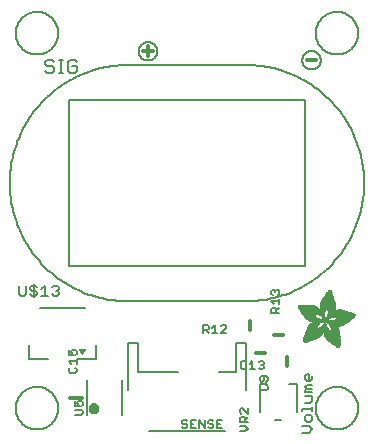
<source format=gbr>
G04 EAGLE Gerber RS-274X export*
G75*
%MOMM*%
%FSLAX34Y34*%
%LPD*%
%INSilkscreen Top*%
%IPPOS*%
%AMOC8*
5,1,8,0,0,1.08239X$1,22.5*%
G01*
%ADD10C,0.152400*%
%ADD11C,0.127000*%
%ADD12C,0.203200*%
%ADD13C,0.609600*%
%ADD14C,0.304800*%
%ADD15C,0.177800*%
%ADD16R,0.068600X0.007600*%
%ADD17R,0.114300X0.007600*%
%ADD18R,0.152400X0.007700*%
%ADD19R,0.182900X0.007600*%
%ADD20R,0.205700X0.007600*%
%ADD21R,0.228600X0.007600*%
%ADD22R,0.259100X0.007600*%
%ADD23R,0.274300X0.007700*%
%ADD24R,0.289500X0.007600*%
%ADD25R,0.304800X0.007600*%
%ADD26R,0.320100X0.007600*%
%ADD27R,0.342900X0.007600*%
%ADD28R,0.350500X0.007700*%
%ADD29R,0.365800X0.007600*%
%ADD30R,0.381000X0.007600*%
%ADD31R,0.388600X0.007600*%
%ADD32R,0.403800X0.007600*%
%ADD33R,0.419100X0.007700*%
%ADD34R,0.426700X0.007600*%
%ADD35R,0.441900X0.007600*%
%ADD36R,0.449600X0.007600*%
%ADD37R,0.464800X0.007600*%
%ADD38R,0.480000X0.007700*%
%ADD39R,0.487600X0.007600*%
%ADD40R,0.495300X0.007600*%
%ADD41R,0.510500X0.007600*%
%ADD42R,0.518100X0.007600*%
%ADD43R,0.525700X0.007700*%
%ADD44R,0.541000X0.007600*%
%ADD45R,0.548600X0.007600*%
%ADD46R,0.563800X0.007600*%
%ADD47R,0.571500X0.007600*%
%ADD48R,0.579100X0.007700*%
%ADD49R,0.594300X0.007600*%
%ADD50R,0.601900X0.007600*%
%ADD51R,0.609600X0.007600*%
%ADD52R,0.624800X0.007600*%
%ADD53R,0.632400X0.007700*%
%ADD54R,0.640000X0.007600*%
%ADD55R,0.655300X0.007600*%
%ADD56R,0.662900X0.007600*%
%ADD57R,0.678100X0.007600*%
%ADD58R,0.685800X0.007700*%
%ADD59R,0.693400X0.007600*%
%ADD60R,0.708600X0.007600*%
%ADD61R,0.716200X0.007600*%
%ADD62R,0.723900X0.007600*%
%ADD63R,0.739100X0.007700*%
%ADD64R,0.746700X0.007600*%
%ADD65R,0.754300X0.007600*%
%ADD66R,0.769600X0.007600*%
%ADD67R,0.777200X0.007600*%
%ADD68R,0.792400X0.007700*%
%ADD69R,0.800100X0.007600*%
%ADD70R,0.807700X0.007600*%
%ADD71R,0.822900X0.007600*%
%ADD72R,0.830500X0.007600*%
%ADD73R,0.838200X0.007700*%
%ADD74R,0.091500X0.007600*%
%ADD75R,0.853400X0.007600*%
%ADD76R,0.144700X0.007600*%
%ADD77R,0.861000X0.007600*%
%ADD78R,0.190500X0.007600*%
%ADD79R,0.876300X0.007600*%
%ADD80R,0.221000X0.007600*%
%ADD81R,0.883900X0.007600*%
%ADD82R,0.259000X0.007700*%
%ADD83R,0.891500X0.007700*%
%ADD84R,0.289600X0.007600*%
%ADD85R,0.906700X0.007600*%
%ADD86R,0.914400X0.007600*%
%ADD87R,0.350500X0.007600*%
%ADD88R,0.922000X0.007600*%
%ADD89R,0.937200X0.007600*%
%ADD90R,0.411400X0.007700*%
%ADD91R,0.944800X0.007700*%
%ADD92R,0.434300X0.007600*%
%ADD93R,0.952500X0.007600*%
%ADD94R,0.464900X0.007600*%
%ADD95R,0.967700X0.007600*%
%ADD96R,0.975300X0.007600*%
%ADD97R,0.518200X0.007600*%
%ADD98R,0.990600X0.007600*%
%ADD99R,0.548600X0.007700*%
%ADD100R,0.998200X0.007700*%
%ADD101R,1.005800X0.007600*%
%ADD102R,0.594400X0.007600*%
%ADD103R,1.021000X0.007600*%
%ADD104R,0.617200X0.007600*%
%ADD105R,1.028700X0.007600*%
%ADD106R,0.647700X0.007600*%
%ADD107R,1.036300X0.007600*%
%ADD108R,0.670500X0.007700*%
%ADD109R,1.051500X0.007700*%
%ADD110R,1.059100X0.007600*%
%ADD111R,0.716300X0.007600*%
%ADD112R,1.066800X0.007600*%
%ADD113R,0.739100X0.007600*%
%ADD114R,1.074400X0.007600*%
%ADD115R,0.762000X0.007600*%
%ADD116R,1.089600X0.007600*%
%ADD117R,0.784800X0.007700*%
%ADD118R,1.097200X0.007700*%
%ADD119R,1.104900X0.007600*%
%ADD120R,0.830600X0.007600*%
%ADD121R,1.112500X0.007600*%
%ADD122R,0.845800X0.007600*%
%ADD123R,1.120100X0.007600*%
%ADD124R,0.868700X0.007600*%
%ADD125R,1.127700X0.007600*%
%ADD126R,1.135300X0.007700*%
%ADD127R,1.143000X0.007600*%
%ADD128R,0.944900X0.007600*%
%ADD129R,1.150600X0.007600*%
%ADD130R,0.960100X0.007600*%
%ADD131R,1.158200X0.007600*%
%ADD132R,0.983000X0.007600*%
%ADD133R,1.165800X0.007600*%
%ADD134R,1.005900X0.007700*%
%ADD135R,1.173400X0.007700*%
%ADD136R,1.021100X0.007600*%
%ADD137R,1.181100X0.007600*%
%ADD138R,1.044000X0.007600*%
%ADD139R,1.188700X0.007600*%
%ADD140R,1.196300X0.007600*%
%ADD141R,1.082000X0.007600*%
%ADD142R,1.203900X0.007600*%
%ADD143R,1.104900X0.007700*%
%ADD144R,1.211500X0.007700*%
%ADD145R,1.211500X0.007600*%
%ADD146R,1.219200X0.007600*%
%ADD147R,1.226800X0.007600*%
%ADD148R,1.234400X0.007600*%
%ADD149R,1.188700X0.007700*%
%ADD150R,1.242000X0.007700*%
%ADD151R,1.242000X0.007600*%
%ADD152R,1.211600X0.007600*%
%ADD153R,1.249600X0.007600*%
%ADD154R,1.257300X0.007600*%
%ADD155R,1.264900X0.007600*%
%ADD156R,1.242100X0.007700*%
%ADD157R,1.264900X0.007700*%
%ADD158R,1.272500X0.007600*%
%ADD159R,1.265000X0.007600*%
%ADD160R,1.280100X0.007600*%
%ADD161R,1.272600X0.007600*%
%ADD162R,1.287700X0.007600*%
%ADD163R,1.287800X0.007600*%
%ADD164R,1.295400X0.007700*%
%ADD165R,1.303000X0.007600*%
%ADD166R,1.318200X0.007600*%
%ADD167R,1.310600X0.007600*%
%ADD168R,1.325900X0.007600*%
%ADD169R,1.341100X0.007700*%
%ADD170R,1.318200X0.007700*%
%ADD171R,1.341100X0.007600*%
%ADD172R,1.325800X0.007600*%
%ADD173R,1.348700X0.007600*%
%ADD174R,1.364000X0.007600*%
%ADD175R,1.333500X0.007600*%
%ADD176R,1.371600X0.007700*%
%ADD177R,1.379200X0.007600*%
%ADD178R,1.379300X0.007600*%
%ADD179R,1.386900X0.007600*%
%ADD180R,1.394500X0.007600*%
%ADD181R,1.356300X0.007600*%
%ADD182R,1.394400X0.007700*%
%ADD183R,1.356300X0.007700*%
%ADD184R,1.402000X0.007600*%
%ADD185R,1.409700X0.007600*%
%ADD186R,1.363900X0.007600*%
%ADD187R,1.417300X0.007600*%
%ADD188R,1.371600X0.007600*%
%ADD189R,1.424900X0.007700*%
%ADD190R,1.424900X0.007600*%
%ADD191R,1.432600X0.007600*%
%ADD192R,1.440200X0.007600*%
%ADD193R,1.386800X0.007600*%
%ADD194R,1.447800X0.007700*%
%ADD195R,1.386800X0.007700*%
%ADD196R,1.447800X0.007600*%
%ADD197R,1.455500X0.007600*%
%ADD198R,1.394400X0.007600*%
%ADD199R,1.463100X0.007600*%
%ADD200R,1.455400X0.007700*%
%ADD201R,1.463000X0.007600*%
%ADD202R,1.470600X0.007600*%
%ADD203R,1.470600X0.007700*%
%ADD204R,1.409700X0.007700*%
%ADD205R,1.470700X0.007600*%
%ADD206R,1.402100X0.007600*%
%ADD207R,1.478300X0.007600*%
%ADD208R,1.478300X0.007700*%
%ADD209R,1.402100X0.007700*%
%ADD210R,1.485900X0.007600*%
%ADD211R,1.485900X0.007700*%
%ADD212R,1.493500X0.007700*%
%ADD213R,1.493500X0.007600*%
%ADD214R,1.394500X0.007700*%
%ADD215R,1.493600X0.007700*%
%ADD216R,1.386900X0.007700*%
%ADD217R,1.379200X0.007700*%
%ADD218R,2.857500X0.007700*%
%ADD219R,2.857500X0.007600*%
%ADD220R,2.849900X0.007600*%
%ADD221R,2.842300X0.007600*%
%ADD222R,2.834700X0.007700*%
%ADD223R,2.827000X0.007600*%
%ADD224R,2.819400X0.007600*%
%ADD225R,2.811800X0.007600*%
%ADD226R,2.811800X0.007700*%
%ADD227R,2.804100X0.007600*%
%ADD228R,2.796500X0.007600*%
%ADD229R,1.966000X0.007600*%
%ADD230R,1.943100X0.007600*%
%ADD231R,0.754400X0.007600*%
%ADD232R,1.927900X0.007700*%
%ADD233R,0.746700X0.007700*%
%ADD234R,1.912600X0.007600*%
%ADD235R,0.731500X0.007600*%
%ADD236R,1.905000X0.007600*%
%ADD237R,1.882200X0.007600*%
%ADD238R,1.874600X0.007600*%
%ADD239R,1.866900X0.007700*%
%ADD240R,0.708700X0.007700*%
%ADD241R,1.851600X0.007600*%
%ADD242R,0.701100X0.007600*%
%ADD243R,1.844000X0.007600*%
%ADD244R,1.836400X0.007600*%
%ADD245R,1.821200X0.007600*%
%ADD246R,0.685800X0.007600*%
%ADD247R,1.813500X0.007700*%
%ADD248R,1.805900X0.007600*%
%ADD249R,0.678200X0.007600*%
%ADD250R,1.790700X0.007600*%
%ADD251R,0.670600X0.007600*%
%ADD252R,1.775500X0.007600*%
%ADD253R,1.767900X0.007700*%
%ADD254R,0.663000X0.007700*%
%ADD255R,1.760200X0.007600*%
%ADD256R,1.752600X0.007600*%
%ADD257R,0.937300X0.007600*%
%ADD258R,0.792500X0.007600*%
%ADD259R,0.899100X0.007600*%
%ADD260R,0.883900X0.007700*%
%ADD261R,0.716300X0.007700*%
%ADD262R,0.647700X0.007700*%
%ADD263R,0.640100X0.007600*%
%ADD264R,0.632500X0.007600*%
%ADD265R,0.655400X0.007600*%
%ADD266R,0.632400X0.007600*%
%ADD267R,0.845800X0.007700*%
%ADD268R,0.617200X0.007700*%
%ADD269R,0.624800X0.007700*%
%ADD270R,0.602000X0.007600*%
%ADD271R,0.838200X0.007600*%
%ADD272R,0.586700X0.007600*%
%ADD273R,0.548700X0.007600*%
%ADD274R,0.830500X0.007700*%
%ADD275R,0.541000X0.007700*%
%ADD276R,0.594300X0.007700*%
%ADD277R,0.525800X0.007600*%
%ADD278R,0.586800X0.007600*%
%ADD279R,0.815300X0.007600*%
%ADD280R,0.579200X0.007600*%
%ADD281R,0.815400X0.007600*%
%ADD282R,0.815400X0.007700*%
%ADD283R,0.571500X0.007700*%
%ADD284R,0.807800X0.007600*%
%ADD285R,0.563900X0.007600*%
%ADD286R,0.457200X0.007600*%
%ADD287R,0.442000X0.007600*%
%ADD288R,0.556300X0.007600*%
%ADD289R,0.807700X0.007700*%
%ADD290R,0.411500X0.007600*%
%ADD291R,0.533400X0.007600*%
%ADD292R,0.076200X0.007600*%
%ADD293R,0.403900X0.007600*%
%ADD294R,0.525700X0.007600*%
%ADD295R,0.388700X0.007600*%
%ADD296R,0.297200X0.007600*%
%ADD297R,0.373400X0.007700*%
%ADD298R,0.503000X0.007700*%
%ADD299R,0.426800X0.007700*%
%ADD300R,0.358100X0.007600*%
%ADD301R,0.502900X0.007600*%
%ADD302R,0.472400X0.007600*%
%ADD303R,0.487700X0.007600*%
%ADD304R,0.335300X0.007600*%
%ADD305R,0.792500X0.007700*%
%ADD306R,0.327600X0.007700*%
%ADD307R,0.472400X0.007700*%
%ADD308R,0.640000X0.007700*%
%ADD309R,0.784800X0.007600*%
%ADD310R,0.320000X0.007600*%
%ADD311R,0.792400X0.007600*%
%ADD312R,1.173400X0.007600*%
%ADD313R,1.196400X0.007600*%
%ADD314R,0.784900X0.007600*%
%ADD315R,0.784900X0.007700*%
%ADD316R,0.297200X0.007700*%
%ADD317R,1.249700X0.007600*%
%ADD318R,0.281900X0.007600*%
%ADD319R,1.295400X0.007600*%
%ADD320R,0.266700X0.007600*%
%ADD321R,0.777300X0.007700*%
%ADD322R,0.266700X0.007700*%
%ADD323R,1.333500X0.007700*%
%ADD324R,0.777300X0.007600*%
%ADD325R,1.348800X0.007600*%
%ADD326R,0.251500X0.007600*%
%ADD327R,0.243900X0.007700*%
%ADD328R,0.243900X0.007600*%
%ADD329R,1.440100X0.007600*%
%ADD330R,0.236200X0.007600*%
%ADD331R,0.762000X0.007700*%
%ADD332R,0.236200X0.007700*%
%ADD333R,1.508700X0.007700*%
%ADD334R,1.531600X0.007600*%
%ADD335R,1.546900X0.007600*%
%ADD336R,1.569700X0.007600*%
%ADD337R,1.585000X0.007600*%
%ADD338R,0.746800X0.007700*%
%ADD339R,1.607800X0.007700*%
%ADD340R,0.243800X0.007600*%
%ADD341R,1.630700X0.007600*%
%ADD342R,1.653500X0.007600*%
%ADD343R,0.739200X0.007600*%
%ADD344R,1.684000X0.007600*%
%ADD345R,2.019300X0.007600*%
%ADD346R,0.731500X0.007700*%
%ADD347R,2.026900X0.007700*%
%ADD348R,2.049800X0.007600*%
%ADD349R,2.057400X0.007600*%
%ADD350R,0.708700X0.007600*%
%ADD351R,2.072600X0.007600*%
%ADD352R,0.701000X0.007600*%
%ADD353R,2.095500X0.007600*%
%ADD354R,0.693500X0.007700*%
%ADD355R,2.110800X0.007700*%
%ADD356R,2.141200X0.007600*%
%ADD357R,0.060900X0.007600*%
%ADD358R,2.872700X0.007600*%
%ADD359R,3.124200X0.007600*%
%ADD360R,3.177600X0.007600*%
%ADD361R,3.215600X0.007700*%
%ADD362R,3.253700X0.007600*%
%ADD363R,3.284300X0.007600*%
%ADD364R,3.314700X0.007600*%
%ADD365R,3.352800X0.007600*%
%ADD366R,3.375600X0.007700*%
%ADD367R,3.406200X0.007600*%
%ADD368R,3.429000X0.007600*%
%ADD369R,3.451800X0.007600*%
%ADD370R,3.482400X0.007600*%
%ADD371R,1.828800X0.007700*%
%ADD372R,1.539300X0.007700*%
%ADD373R,1.767900X0.007600*%
%ADD374R,1.767800X0.007600*%
%ADD375R,1.760200X0.007700*%
%ADD376R,1.760300X0.007600*%
%ADD377R,1.775400X0.007700*%
%ADD378R,1.379300X0.007700*%
%ADD379R,1.783000X0.007600*%
%ADD380R,1.813500X0.007600*%
%ADD381R,1.821100X0.007700*%
%ADD382R,0.503000X0.007600*%
%ADD383R,1.135400X0.007600*%
%ADD384R,1.127700X0.007700*%
%ADD385R,0.487700X0.007700*%
%ADD386R,1.120200X0.007600*%
%ADD387R,1.097300X0.007600*%
%ADD388R,0.510600X0.007600*%
%ADD389R,1.074400X0.007700*%
%ADD390R,0.525800X0.007700*%
%ADD391R,1.440200X0.007700*%
%ADD392R,1.059200X0.007600*%
%ADD393R,1.051600X0.007600*%
%ADD394R,1.051500X0.007600*%
%ADD395R,1.043900X0.007700*%
%ADD396R,0.602000X0.007700*%
%ADD397R,1.524000X0.007600*%
%ADD398R,1.539300X0.007600*%
%ADD399R,1.592600X0.007600*%
%ADD400R,1.021100X0.007700*%
%ADD401R,1.615400X0.007700*%
%ADD402R,1.013400X0.007600*%
%ADD403R,1.653600X0.007600*%
%ADD404R,1.013500X0.007600*%
%ADD405R,1.699300X0.007600*%
%ADD406R,2.743200X0.007600*%
%ADD407R,1.005900X0.007600*%
%ADD408R,2.415500X0.007600*%
%ADD409R,1.005800X0.007700*%
%ADD410R,0.281900X0.007700*%
%ADD411R,2.408000X0.007700*%
%ADD412R,2.407900X0.007600*%
%ADD413R,0.998200X0.007600*%
%ADD414R,0.282000X0.007600*%
%ADD415R,0.998300X0.007600*%
%ADD416R,2.400300X0.007600*%
%ADD417R,0.289500X0.007700*%
%ADD418R,2.400300X0.007700*%
%ADD419R,0.297100X0.007600*%
%ADD420R,0.312400X0.007600*%
%ADD421R,2.392700X0.007600*%
%ADD422R,0.990600X0.007700*%
%ADD423R,0.327700X0.007700*%
%ADD424R,2.392700X0.007700*%
%ADD425R,2.385100X0.007600*%
%ADD426R,0.381000X0.007700*%
%ADD427R,2.377400X0.007700*%
%ADD428R,2.377400X0.007600*%
%ADD429R,2.369800X0.007600*%
%ADD430R,0.419100X0.007600*%
%ADD431R,2.362200X0.007600*%
%ADD432R,0.426800X0.007600*%
%ADD433R,1.036300X0.007700*%
%ADD434R,0.442000X0.007700*%
%ADD435R,2.354600X0.007700*%
%ADD436R,2.354600X0.007600*%
%ADD437R,0.480100X0.007600*%
%ADD438R,2.347000X0.007600*%
%ADD439R,1.074500X0.007600*%
%ADD440R,2.339400X0.007600*%
%ADD441R,1.082100X0.007700*%
%ADD442R,0.548700X0.007700*%
%ADD443R,2.331800X0.007700*%
%ADD444R,2.331800X0.007600*%
%ADD445R,0.624900X0.007600*%
%ADD446R,2.324100X0.007600*%
%ADD447R,1.859300X0.007600*%
%ADD448R,2.308800X0.007600*%
%ADD449R,2.301200X0.007700*%
%ADD450R,2.301200X0.007600*%
%ADD451R,2.293600X0.007600*%
%ADD452R,2.278400X0.007600*%
%ADD453R,1.889800X0.007600*%
%ADD454R,2.270700X0.007600*%
%ADD455R,1.897400X0.007700*%
%ADD456R,2.255500X0.007700*%
%ADD457R,1.897400X0.007600*%
%ADD458R,2.247900X0.007600*%
%ADD459R,2.232600X0.007600*%
%ADD460R,1.912700X0.007600*%
%ADD461R,2.209800X0.007600*%
%ADD462R,1.920300X0.007600*%
%ADD463R,2.186900X0.007600*%
%ADD464R,1.920300X0.007700*%
%ADD465R,2.171700X0.007700*%
%ADD466R,1.935500X0.007600*%
%ADD467R,2.148800X0.007600*%
%ADD468R,2.126000X0.007600*%
%ADD469R,1.950700X0.007600*%
%ADD470R,1.958400X0.007700*%
%ADD471R,2.042200X0.007700*%
%ADD472R,1.973600X0.007600*%
%ADD473R,1.996500X0.007600*%
%ADD474R,1.981200X0.007600*%
%ADD475R,1.988800X0.007600*%
%ADD476R,1.996400X0.007700*%
%ADD477R,1.996400X0.007600*%
%ADD478R,2.004100X0.007600*%
%ADD479R,1.874500X0.007600*%
%ADD480R,1.425000X0.007600*%
%ADD481R,2.026900X0.007600*%
%ADD482R,0.434400X0.007700*%
%ADD483R,1.364000X0.007700*%
%ADD484R,2.034500X0.007600*%
%ADD485R,0.434400X0.007600*%
%ADD486R,2.049700X0.007600*%
%ADD487R,2.065000X0.007700*%
%ADD488R,0.464800X0.007700*%
%ADD489R,1.196300X0.007700*%
%ADD490R,2.080300X0.007600*%
%ADD491R,1.158300X0.007600*%
%ADD492R,2.087900X0.007600*%
%ADD493R,0.472500X0.007600*%
%ADD494R,2.103100X0.007600*%
%ADD495R,2.118400X0.007600*%
%ADD496R,2.133600X0.007600*%
%ADD497R,2.148800X0.007700*%
%ADD498R,2.164000X0.007600*%
%ADD499R,2.171700X0.007600*%
%ADD500R,2.187000X0.007600*%
%ADD501R,0.556200X0.007600*%
%ADD502R,2.202200X0.007700*%
%ADD503R,0.556200X0.007700*%
%ADD504R,0.640100X0.007700*%
%ADD505R,0.579100X0.007600*%
%ADD506R,0.480000X0.007600*%
%ADD507R,1.752600X0.007700*%
%ADD508R,0.487600X0.007700*%
%ADD509R,0.594400X0.007700*%
%ADD510R,0.358100X0.007700*%
%ADD511R,0.099000X0.007600*%
%ADD512R,1.280200X0.007600*%
%ADD513R,1.745000X0.007600*%
%ADD514R,1.744900X0.007600*%
%ADD515R,1.737300X0.007700*%
%ADD516R,1.737400X0.007600*%
%ADD517R,1.729800X0.007600*%
%ADD518R,1.722200X0.007600*%
%ADD519R,1.722100X0.007600*%
%ADD520R,1.714500X0.007700*%
%ADD521R,1.356400X0.007700*%
%ADD522R,1.706900X0.007600*%
%ADD523R,1.356400X0.007600*%
%ADD524R,1.691700X0.007600*%
%ADD525R,1.668800X0.007700*%
%ADD526R,1.645900X0.007600*%
%ADD527R,1.623100X0.007600*%
%ADD528R,1.577400X0.007600*%
%ADD529R,1.554400X0.007600*%
%ADD530R,1.539200X0.007600*%
%ADD531R,1.524000X0.007700*%
%ADD532R,1.501100X0.007600*%
%ADD533R,1.455400X0.007600*%
%ADD534R,1.348800X0.007700*%
%ADD535R,1.318300X0.007600*%
%ADD536R,1.310600X0.007700*%
%ADD537R,1.287800X0.007700*%
%ADD538R,1.234500X0.007600*%
%ADD539R,1.226900X0.007600*%
%ADD540R,1.173500X0.007700*%
%ADD541R,1.173500X0.007600*%
%ADD542R,1.165900X0.007600*%
%ADD543R,1.143000X0.007700*%
%ADD544R,1.127800X0.007600*%
%ADD545R,1.097200X0.007600*%
%ADD546R,1.028700X0.007700*%
%ADD547R,0.982900X0.007600*%
%ADD548R,0.952500X0.007700*%
%ADD549R,0.929600X0.007600*%
%ADD550R,0.906800X0.007700*%
%ADD551R,0.906800X0.007600*%
%ADD552R,0.899200X0.007600*%
%ADD553R,0.884000X0.007600*%
%ADD554R,0.876300X0.007700*%
%ADD555R,0.830600X0.007700*%
%ADD556R,0.754400X0.007700*%
%ADD557R,0.746800X0.007600*%
%ADD558R,0.708600X0.007700*%
%ADD559R,0.678200X0.007700*%
%ADD560R,0.663000X0.007600*%
%ADD561R,0.632500X0.007700*%
%ADD562R,0.556300X0.007700*%
%ADD563R,0.518200X0.007700*%
%ADD564R,0.434300X0.007700*%
%ADD565R,0.396300X0.007700*%
%ADD566R,0.373300X0.007600*%
%ADD567R,0.365700X0.007600*%
%ADD568R,0.327700X0.007600*%
%ADD569R,0.304800X0.007700*%
%ADD570R,0.274300X0.007600*%
%ADD571R,0.243800X0.007700*%
%ADD572R,0.205800X0.007600*%
%ADD573R,0.152400X0.007600*%
%ADD574R,0.121900X0.007700*%

G36*
X64059Y70191D02*
X64059Y70191D01*
X64093Y70188D01*
X64169Y70208D01*
X64246Y70220D01*
X64276Y70237D01*
X64310Y70246D01*
X64374Y70291D01*
X64442Y70329D01*
X64468Y70359D01*
X64493Y70376D01*
X64519Y70415D01*
X64568Y70468D01*
X67108Y74278D01*
X67118Y74301D01*
X67132Y74319D01*
X67133Y74321D01*
X67135Y74324D01*
X67163Y74405D01*
X67197Y74484D01*
X67199Y74511D01*
X67207Y74536D01*
X67205Y74622D01*
X67209Y74708D01*
X67201Y74734D01*
X67201Y74761D01*
X67168Y74840D01*
X67143Y74922D01*
X67126Y74944D01*
X67116Y74968D01*
X67058Y75032D01*
X67006Y75100D01*
X66983Y75114D01*
X66965Y75134D01*
X66888Y75173D01*
X66816Y75219D01*
X66789Y75224D01*
X66765Y75237D01*
X66635Y75256D01*
X66596Y75264D01*
X66589Y75263D01*
X66580Y75264D01*
X61500Y75264D01*
X61474Y75260D01*
X61447Y75262D01*
X61364Y75240D01*
X61279Y75225D01*
X61256Y75211D01*
X61230Y75204D01*
X61160Y75154D01*
X61086Y75110D01*
X61069Y75090D01*
X61047Y75074D01*
X60999Y75003D01*
X60945Y74936D01*
X60936Y74911D01*
X60921Y74889D01*
X60900Y74805D01*
X60873Y74724D01*
X60874Y74697D01*
X60867Y74671D01*
X60877Y74585D01*
X60879Y74499D01*
X60889Y74475D01*
X60892Y74448D01*
X60949Y74328D01*
X60964Y74292D01*
X60966Y74289D01*
X60967Y74287D01*
X60970Y74284D01*
X60972Y74278D01*
X63512Y70468D01*
X63566Y70412D01*
X63614Y70350D01*
X63644Y70332D01*
X63668Y70306D01*
X63738Y70273D01*
X63804Y70231D01*
X63839Y70224D01*
X63870Y70209D01*
X63947Y70202D01*
X64024Y70186D01*
X64059Y70191D01*
G37*
D10*
X39617Y318693D02*
X37753Y320558D01*
X34024Y320558D01*
X32160Y318693D01*
X32160Y316829D01*
X34024Y314965D01*
X37753Y314965D01*
X39617Y313101D01*
X39617Y311236D01*
X37753Y309372D01*
X34024Y309372D01*
X32160Y311236D01*
X43854Y309372D02*
X47583Y309372D01*
X45718Y309372D02*
X45718Y320558D01*
X43854Y320558D02*
X47583Y320558D01*
X57243Y320558D02*
X59107Y318693D01*
X57243Y320558D02*
X53514Y320558D01*
X51650Y318693D01*
X51650Y311236D01*
X53514Y309372D01*
X57243Y309372D01*
X59107Y311236D01*
X59107Y314965D01*
X55378Y314965D01*
D11*
X249547Y4609D02*
X255479Y4609D01*
X258445Y7574D01*
X255479Y10540D01*
X249547Y10540D01*
X258445Y15447D02*
X258445Y18413D01*
X256962Y19896D01*
X253996Y19896D01*
X252513Y18413D01*
X252513Y15447D01*
X253996Y13964D01*
X256962Y13964D01*
X258445Y15447D01*
X249547Y23319D02*
X249547Y24802D01*
X258445Y24802D01*
X258445Y23319D02*
X258445Y26285D01*
X256962Y29556D02*
X252513Y29556D01*
X256962Y29556D02*
X258445Y31039D01*
X258445Y35488D01*
X252513Y35488D01*
X252513Y38911D02*
X258445Y38911D01*
X252513Y38911D02*
X252513Y40394D01*
X253996Y41877D01*
X258445Y41877D01*
X253996Y41877D02*
X252513Y43360D01*
X253996Y44843D01*
X258445Y44843D01*
X258445Y49749D02*
X258445Y52715D01*
X258445Y49749D02*
X256962Y48266D01*
X253996Y48266D01*
X252513Y49749D01*
X252513Y52715D01*
X253996Y54198D01*
X255479Y54198D01*
X255479Y48266D01*
D12*
X261400Y342900D02*
X261405Y343342D01*
X261422Y343783D01*
X261449Y344224D01*
X261487Y344664D01*
X261535Y345103D01*
X261595Y345541D01*
X261665Y345977D01*
X261746Y346412D01*
X261837Y346844D01*
X261939Y347274D01*
X262052Y347701D01*
X262175Y348125D01*
X262308Y348546D01*
X262452Y348964D01*
X262606Y349378D01*
X262770Y349788D01*
X262944Y350194D01*
X263128Y350596D01*
X263322Y350993D01*
X263525Y351385D01*
X263738Y351772D01*
X263961Y352154D01*
X264193Y352530D01*
X264434Y352900D01*
X264683Y353265D01*
X264942Y353623D01*
X265210Y353974D01*
X265486Y354319D01*
X265770Y354657D01*
X266063Y354988D01*
X266364Y355312D01*
X266672Y355628D01*
X266988Y355936D01*
X267312Y356237D01*
X267643Y356530D01*
X267981Y356814D01*
X268326Y357090D01*
X268677Y357358D01*
X269035Y357617D01*
X269400Y357866D01*
X269770Y358107D01*
X270146Y358339D01*
X270528Y358562D01*
X270915Y358775D01*
X271307Y358978D01*
X271704Y359172D01*
X272106Y359356D01*
X272512Y359530D01*
X272922Y359694D01*
X273336Y359848D01*
X273754Y359992D01*
X274175Y360125D01*
X274599Y360248D01*
X275026Y360361D01*
X275456Y360463D01*
X275888Y360554D01*
X276323Y360635D01*
X276759Y360705D01*
X277197Y360765D01*
X277636Y360813D01*
X278076Y360851D01*
X278517Y360878D01*
X278958Y360895D01*
X279400Y360900D01*
X279842Y360895D01*
X280283Y360878D01*
X280724Y360851D01*
X281164Y360813D01*
X281603Y360765D01*
X282041Y360705D01*
X282477Y360635D01*
X282912Y360554D01*
X283344Y360463D01*
X283774Y360361D01*
X284201Y360248D01*
X284625Y360125D01*
X285046Y359992D01*
X285464Y359848D01*
X285878Y359694D01*
X286288Y359530D01*
X286694Y359356D01*
X287096Y359172D01*
X287493Y358978D01*
X287885Y358775D01*
X288272Y358562D01*
X288654Y358339D01*
X289030Y358107D01*
X289400Y357866D01*
X289765Y357617D01*
X290123Y357358D01*
X290474Y357090D01*
X290819Y356814D01*
X291157Y356530D01*
X291488Y356237D01*
X291812Y355936D01*
X292128Y355628D01*
X292436Y355312D01*
X292737Y354988D01*
X293030Y354657D01*
X293314Y354319D01*
X293590Y353974D01*
X293858Y353623D01*
X294117Y353265D01*
X294366Y352900D01*
X294607Y352530D01*
X294839Y352154D01*
X295062Y351772D01*
X295275Y351385D01*
X295478Y350993D01*
X295672Y350596D01*
X295856Y350194D01*
X296030Y349788D01*
X296194Y349378D01*
X296348Y348964D01*
X296492Y348546D01*
X296625Y348125D01*
X296748Y347701D01*
X296861Y347274D01*
X296963Y346844D01*
X297054Y346412D01*
X297135Y345977D01*
X297205Y345541D01*
X297265Y345103D01*
X297313Y344664D01*
X297351Y344224D01*
X297378Y343783D01*
X297395Y343342D01*
X297400Y342900D01*
X297395Y342458D01*
X297378Y342017D01*
X297351Y341576D01*
X297313Y341136D01*
X297265Y340697D01*
X297205Y340259D01*
X297135Y339823D01*
X297054Y339388D01*
X296963Y338956D01*
X296861Y338526D01*
X296748Y338099D01*
X296625Y337675D01*
X296492Y337254D01*
X296348Y336836D01*
X296194Y336422D01*
X296030Y336012D01*
X295856Y335606D01*
X295672Y335204D01*
X295478Y334807D01*
X295275Y334415D01*
X295062Y334028D01*
X294839Y333646D01*
X294607Y333270D01*
X294366Y332900D01*
X294117Y332535D01*
X293858Y332177D01*
X293590Y331826D01*
X293314Y331481D01*
X293030Y331143D01*
X292737Y330812D01*
X292436Y330488D01*
X292128Y330172D01*
X291812Y329864D01*
X291488Y329563D01*
X291157Y329270D01*
X290819Y328986D01*
X290474Y328710D01*
X290123Y328442D01*
X289765Y328183D01*
X289400Y327934D01*
X289030Y327693D01*
X288654Y327461D01*
X288272Y327238D01*
X287885Y327025D01*
X287493Y326822D01*
X287096Y326628D01*
X286694Y326444D01*
X286288Y326270D01*
X285878Y326106D01*
X285464Y325952D01*
X285046Y325808D01*
X284625Y325675D01*
X284201Y325552D01*
X283774Y325439D01*
X283344Y325337D01*
X282912Y325246D01*
X282477Y325165D01*
X282041Y325095D01*
X281603Y325035D01*
X281164Y324987D01*
X280724Y324949D01*
X280283Y324922D01*
X279842Y324905D01*
X279400Y324900D01*
X278958Y324905D01*
X278517Y324922D01*
X278076Y324949D01*
X277636Y324987D01*
X277197Y325035D01*
X276759Y325095D01*
X276323Y325165D01*
X275888Y325246D01*
X275456Y325337D01*
X275026Y325439D01*
X274599Y325552D01*
X274175Y325675D01*
X273754Y325808D01*
X273336Y325952D01*
X272922Y326106D01*
X272512Y326270D01*
X272106Y326444D01*
X271704Y326628D01*
X271307Y326822D01*
X270915Y327025D01*
X270528Y327238D01*
X270146Y327461D01*
X269770Y327693D01*
X269400Y327934D01*
X269035Y328183D01*
X268677Y328442D01*
X268326Y328710D01*
X267981Y328986D01*
X267643Y329270D01*
X267312Y329563D01*
X266988Y329864D01*
X266672Y330172D01*
X266364Y330488D01*
X266063Y330812D01*
X265770Y331143D01*
X265486Y331481D01*
X265210Y331826D01*
X264942Y332177D01*
X264683Y332535D01*
X264434Y332900D01*
X264193Y333270D01*
X263961Y333646D01*
X263738Y334028D01*
X263525Y334415D01*
X263322Y334807D01*
X263128Y335204D01*
X262944Y335606D01*
X262770Y336012D01*
X262606Y336422D01*
X262452Y336836D01*
X262308Y337254D01*
X262175Y337675D01*
X262052Y338099D01*
X261939Y338526D01*
X261837Y338956D01*
X261746Y339388D01*
X261665Y339823D01*
X261595Y340259D01*
X261535Y340697D01*
X261487Y341136D01*
X261449Y341576D01*
X261422Y342017D01*
X261405Y342458D01*
X261400Y342900D01*
X7400Y342900D02*
X7405Y343342D01*
X7422Y343783D01*
X7449Y344224D01*
X7487Y344664D01*
X7535Y345103D01*
X7595Y345541D01*
X7665Y345977D01*
X7746Y346412D01*
X7837Y346844D01*
X7939Y347274D01*
X8052Y347701D01*
X8175Y348125D01*
X8308Y348546D01*
X8452Y348964D01*
X8606Y349378D01*
X8770Y349788D01*
X8944Y350194D01*
X9128Y350596D01*
X9322Y350993D01*
X9525Y351385D01*
X9738Y351772D01*
X9961Y352154D01*
X10193Y352530D01*
X10434Y352900D01*
X10683Y353265D01*
X10942Y353623D01*
X11210Y353974D01*
X11486Y354319D01*
X11770Y354657D01*
X12063Y354988D01*
X12364Y355312D01*
X12672Y355628D01*
X12988Y355936D01*
X13312Y356237D01*
X13643Y356530D01*
X13981Y356814D01*
X14326Y357090D01*
X14677Y357358D01*
X15035Y357617D01*
X15400Y357866D01*
X15770Y358107D01*
X16146Y358339D01*
X16528Y358562D01*
X16915Y358775D01*
X17307Y358978D01*
X17704Y359172D01*
X18106Y359356D01*
X18512Y359530D01*
X18922Y359694D01*
X19336Y359848D01*
X19754Y359992D01*
X20175Y360125D01*
X20599Y360248D01*
X21026Y360361D01*
X21456Y360463D01*
X21888Y360554D01*
X22323Y360635D01*
X22759Y360705D01*
X23197Y360765D01*
X23636Y360813D01*
X24076Y360851D01*
X24517Y360878D01*
X24958Y360895D01*
X25400Y360900D01*
X25842Y360895D01*
X26283Y360878D01*
X26724Y360851D01*
X27164Y360813D01*
X27603Y360765D01*
X28041Y360705D01*
X28477Y360635D01*
X28912Y360554D01*
X29344Y360463D01*
X29774Y360361D01*
X30201Y360248D01*
X30625Y360125D01*
X31046Y359992D01*
X31464Y359848D01*
X31878Y359694D01*
X32288Y359530D01*
X32694Y359356D01*
X33096Y359172D01*
X33493Y358978D01*
X33885Y358775D01*
X34272Y358562D01*
X34654Y358339D01*
X35030Y358107D01*
X35400Y357866D01*
X35765Y357617D01*
X36123Y357358D01*
X36474Y357090D01*
X36819Y356814D01*
X37157Y356530D01*
X37488Y356237D01*
X37812Y355936D01*
X38128Y355628D01*
X38436Y355312D01*
X38737Y354988D01*
X39030Y354657D01*
X39314Y354319D01*
X39590Y353974D01*
X39858Y353623D01*
X40117Y353265D01*
X40366Y352900D01*
X40607Y352530D01*
X40839Y352154D01*
X41062Y351772D01*
X41275Y351385D01*
X41478Y350993D01*
X41672Y350596D01*
X41856Y350194D01*
X42030Y349788D01*
X42194Y349378D01*
X42348Y348964D01*
X42492Y348546D01*
X42625Y348125D01*
X42748Y347701D01*
X42861Y347274D01*
X42963Y346844D01*
X43054Y346412D01*
X43135Y345977D01*
X43205Y345541D01*
X43265Y345103D01*
X43313Y344664D01*
X43351Y344224D01*
X43378Y343783D01*
X43395Y343342D01*
X43400Y342900D01*
X43395Y342458D01*
X43378Y342017D01*
X43351Y341576D01*
X43313Y341136D01*
X43265Y340697D01*
X43205Y340259D01*
X43135Y339823D01*
X43054Y339388D01*
X42963Y338956D01*
X42861Y338526D01*
X42748Y338099D01*
X42625Y337675D01*
X42492Y337254D01*
X42348Y336836D01*
X42194Y336422D01*
X42030Y336012D01*
X41856Y335606D01*
X41672Y335204D01*
X41478Y334807D01*
X41275Y334415D01*
X41062Y334028D01*
X40839Y333646D01*
X40607Y333270D01*
X40366Y332900D01*
X40117Y332535D01*
X39858Y332177D01*
X39590Y331826D01*
X39314Y331481D01*
X39030Y331143D01*
X38737Y330812D01*
X38436Y330488D01*
X38128Y330172D01*
X37812Y329864D01*
X37488Y329563D01*
X37157Y329270D01*
X36819Y328986D01*
X36474Y328710D01*
X36123Y328442D01*
X35765Y328183D01*
X35400Y327934D01*
X35030Y327693D01*
X34654Y327461D01*
X34272Y327238D01*
X33885Y327025D01*
X33493Y326822D01*
X33096Y326628D01*
X32694Y326444D01*
X32288Y326270D01*
X31878Y326106D01*
X31464Y325952D01*
X31046Y325808D01*
X30625Y325675D01*
X30201Y325552D01*
X29774Y325439D01*
X29344Y325337D01*
X28912Y325246D01*
X28477Y325165D01*
X28041Y325095D01*
X27603Y325035D01*
X27164Y324987D01*
X26724Y324949D01*
X26283Y324922D01*
X25842Y324905D01*
X25400Y324900D01*
X24958Y324905D01*
X24517Y324922D01*
X24076Y324949D01*
X23636Y324987D01*
X23197Y325035D01*
X22759Y325095D01*
X22323Y325165D01*
X21888Y325246D01*
X21456Y325337D01*
X21026Y325439D01*
X20599Y325552D01*
X20175Y325675D01*
X19754Y325808D01*
X19336Y325952D01*
X18922Y326106D01*
X18512Y326270D01*
X18106Y326444D01*
X17704Y326628D01*
X17307Y326822D01*
X16915Y327025D01*
X16528Y327238D01*
X16146Y327461D01*
X15770Y327693D01*
X15400Y327934D01*
X15035Y328183D01*
X14677Y328442D01*
X14326Y328710D01*
X13981Y328986D01*
X13643Y329270D01*
X13312Y329563D01*
X12988Y329864D01*
X12672Y330172D01*
X12364Y330488D01*
X12063Y330812D01*
X11770Y331143D01*
X11486Y331481D01*
X11210Y331826D01*
X10942Y332177D01*
X10683Y332535D01*
X10434Y332900D01*
X10193Y333270D01*
X9961Y333646D01*
X9738Y334028D01*
X9525Y334415D01*
X9322Y334807D01*
X9128Y335204D01*
X8944Y335606D01*
X8770Y336012D01*
X8606Y336422D01*
X8452Y336836D01*
X8308Y337254D01*
X8175Y337675D01*
X8052Y338099D01*
X7939Y338526D01*
X7837Y338956D01*
X7746Y339388D01*
X7665Y339823D01*
X7595Y340259D01*
X7535Y340697D01*
X7487Y341136D01*
X7449Y341576D01*
X7422Y342017D01*
X7405Y342458D01*
X7400Y342900D01*
X67550Y49290D02*
X67550Y19290D01*
X97550Y19290D02*
X97550Y49290D01*
D13*
X71750Y25290D02*
X71752Y25367D01*
X71758Y25444D01*
X71768Y25521D01*
X71782Y25597D01*
X71799Y25672D01*
X71821Y25746D01*
X71846Y25819D01*
X71876Y25891D01*
X71908Y25961D01*
X71945Y26029D01*
X71984Y26095D01*
X72027Y26159D01*
X72074Y26221D01*
X72123Y26280D01*
X72176Y26337D01*
X72231Y26391D01*
X72289Y26442D01*
X72350Y26490D01*
X72413Y26535D01*
X72478Y26576D01*
X72545Y26614D01*
X72614Y26649D01*
X72685Y26679D01*
X72757Y26707D01*
X72831Y26730D01*
X72905Y26750D01*
X72981Y26766D01*
X73057Y26778D01*
X73134Y26786D01*
X73211Y26790D01*
X73289Y26790D01*
X73366Y26786D01*
X73443Y26778D01*
X73519Y26766D01*
X73595Y26750D01*
X73669Y26730D01*
X73743Y26707D01*
X73815Y26679D01*
X73886Y26649D01*
X73955Y26614D01*
X74022Y26576D01*
X74087Y26535D01*
X74150Y26490D01*
X74211Y26442D01*
X74269Y26391D01*
X74324Y26337D01*
X74377Y26280D01*
X74426Y26221D01*
X74473Y26159D01*
X74516Y26095D01*
X74555Y26029D01*
X74592Y25961D01*
X74624Y25891D01*
X74654Y25819D01*
X74679Y25746D01*
X74701Y25672D01*
X74718Y25597D01*
X74732Y25521D01*
X74742Y25444D01*
X74748Y25367D01*
X74750Y25290D01*
X74748Y25213D01*
X74742Y25136D01*
X74732Y25059D01*
X74718Y24983D01*
X74701Y24908D01*
X74679Y24834D01*
X74654Y24761D01*
X74624Y24689D01*
X74592Y24619D01*
X74555Y24551D01*
X74516Y24485D01*
X74473Y24421D01*
X74426Y24359D01*
X74377Y24300D01*
X74324Y24243D01*
X74269Y24189D01*
X74211Y24138D01*
X74150Y24090D01*
X74087Y24045D01*
X74022Y24004D01*
X73955Y23966D01*
X73886Y23931D01*
X73815Y23901D01*
X73743Y23873D01*
X73669Y23850D01*
X73595Y23830D01*
X73519Y23814D01*
X73443Y23802D01*
X73366Y23794D01*
X73289Y23790D01*
X73211Y23790D01*
X73134Y23794D01*
X73057Y23802D01*
X72981Y23814D01*
X72905Y23830D01*
X72831Y23850D01*
X72757Y23873D01*
X72685Y23901D01*
X72614Y23931D01*
X72545Y23966D01*
X72478Y24004D01*
X72413Y24045D01*
X72350Y24090D01*
X72289Y24138D01*
X72231Y24189D01*
X72176Y24243D01*
X72123Y24300D01*
X72074Y24359D01*
X72027Y24421D01*
X71984Y24485D01*
X71945Y24551D01*
X71908Y24619D01*
X71876Y24689D01*
X71846Y24761D01*
X71821Y24834D01*
X71799Y24908D01*
X71782Y24983D01*
X71768Y25059D01*
X71758Y25136D01*
X71752Y25213D01*
X71750Y25290D01*
D10*
X62906Y19812D02*
X57398Y19812D01*
X62906Y19812D02*
X64008Y20914D01*
X64008Y23117D01*
X62906Y24218D01*
X57398Y24218D01*
X57398Y27296D02*
X57398Y31703D01*
X57398Y27296D02*
X60703Y27296D01*
X59602Y29499D01*
X59602Y30601D01*
X60703Y31703D01*
X62906Y31703D01*
X64008Y30601D01*
X64008Y28398D01*
X62906Y27296D01*
X62906Y19812D02*
X57398Y19812D01*
X62906Y19812D02*
X64008Y20914D01*
X64008Y23117D01*
X62906Y24218D01*
X57398Y24218D01*
X57398Y27296D02*
X57398Y31703D01*
X57398Y27296D02*
X60703Y27296D01*
X59602Y29499D01*
X59602Y30601D01*
X60703Y31703D01*
X62906Y31703D01*
X64008Y30601D01*
X64008Y28398D01*
X62906Y27296D01*
D14*
X205740Y91250D02*
X205740Y99250D01*
D10*
X166270Y95764D02*
X166270Y89154D01*
X166270Y95764D02*
X169574Y95764D01*
X170676Y94662D01*
X170676Y92459D01*
X169574Y91357D01*
X166270Y91357D01*
X168473Y91357D02*
X170676Y89154D01*
X173754Y93560D02*
X175957Y95764D01*
X175957Y89154D01*
X173754Y89154D02*
X178160Y89154D01*
X181238Y89154D02*
X185644Y89154D01*
X181238Y89154D02*
X185644Y93560D01*
X185644Y94662D01*
X184543Y95764D01*
X182339Y95764D01*
X181238Y94662D01*
X166270Y95764D02*
X166270Y89154D01*
X166270Y95764D02*
X169574Y95764D01*
X170676Y94662D01*
X170676Y92459D01*
X169574Y91357D01*
X166270Y91357D01*
X168473Y91357D02*
X170676Y89154D01*
X173754Y93560D02*
X175957Y95764D01*
X175957Y89154D01*
X173754Y89154D02*
X178160Y89154D01*
X181238Y89154D02*
X185644Y89154D01*
X181238Y89154D02*
X185644Y93560D01*
X185644Y94662D01*
X184543Y95764D01*
X182339Y95764D01*
X181238Y94662D01*
D14*
X237490Y68770D02*
X237490Y60770D01*
D10*
X202426Y64182D02*
X201324Y65284D01*
X199121Y65284D01*
X198020Y64182D01*
X198020Y59776D01*
X199121Y58674D01*
X201324Y58674D01*
X202426Y59776D01*
X205504Y63080D02*
X207707Y65284D01*
X207707Y58674D01*
X205504Y58674D02*
X209910Y58674D01*
X212988Y64182D02*
X214089Y65284D01*
X216293Y65284D01*
X217394Y64182D01*
X217394Y63080D01*
X216293Y61979D01*
X215191Y61979D01*
X216293Y61979D02*
X217394Y60877D01*
X217394Y59776D01*
X216293Y58674D01*
X214089Y58674D01*
X212988Y59776D01*
X202426Y64182D02*
X201324Y65284D01*
X199121Y65284D01*
X198020Y64182D01*
X198020Y59776D01*
X199121Y58674D01*
X201324Y58674D01*
X202426Y59776D01*
X205504Y63080D02*
X207707Y65284D01*
X207707Y58674D01*
X205504Y58674D02*
X209910Y58674D01*
X212988Y64182D02*
X214089Y65284D01*
X216293Y65284D01*
X217394Y64182D01*
X217394Y63080D01*
X216293Y61979D01*
X215191Y61979D01*
X216293Y61979D02*
X217394Y60877D01*
X217394Y59776D01*
X216293Y58674D01*
X214089Y58674D01*
X212988Y59776D01*
D14*
X210630Y72390D02*
X218630Y72390D01*
D10*
X215218Y44810D02*
X214116Y43709D01*
X214116Y41505D01*
X215218Y40404D01*
X219624Y40404D01*
X220726Y41505D01*
X220726Y43709D01*
X219624Y44810D01*
X219624Y47888D02*
X220726Y48989D01*
X220726Y51193D01*
X219624Y52294D01*
X215218Y52294D01*
X214116Y51193D01*
X214116Y48989D01*
X215218Y47888D01*
X216320Y47888D01*
X217421Y48989D01*
X217421Y52294D01*
X215218Y44810D02*
X214116Y43709D01*
X214116Y41505D01*
X215218Y40404D01*
X219624Y40404D01*
X220726Y41505D01*
X220726Y43709D01*
X219624Y44810D01*
X219624Y47888D02*
X220726Y48989D01*
X220726Y51193D01*
X219624Y52294D01*
X215218Y52294D01*
X214116Y51193D01*
X214116Y48989D01*
X215218Y47888D01*
X216320Y47888D01*
X217421Y48989D01*
X217421Y52294D01*
D14*
X63500Y34290D02*
X53340Y34290D01*
D10*
X52318Y58677D02*
X53420Y59778D01*
X52318Y58677D02*
X52318Y56474D01*
X53420Y55372D01*
X57826Y55372D01*
X58928Y56474D01*
X58928Y58677D01*
X57826Y59778D01*
X54522Y62856D02*
X52318Y65059D01*
X58928Y65059D01*
X58928Y62856D02*
X58928Y67263D01*
X52318Y70340D02*
X52318Y74747D01*
X52318Y70340D02*
X55623Y70340D01*
X54522Y72544D01*
X54522Y73645D01*
X55623Y74747D01*
X57826Y74747D01*
X58928Y73645D01*
X58928Y71442D01*
X57826Y70340D01*
X53420Y59778D02*
X52318Y58677D01*
X52318Y56474D01*
X53420Y55372D01*
X57826Y55372D01*
X58928Y56474D01*
X58928Y58677D01*
X57826Y59778D01*
X54522Y62856D02*
X52318Y65059D01*
X58928Y65059D01*
X58928Y62856D02*
X58928Y67263D01*
X52318Y70340D02*
X52318Y74747D01*
X52318Y70340D02*
X55623Y70340D01*
X54522Y72544D01*
X54522Y73645D01*
X55623Y74747D01*
X57826Y74747D01*
X58928Y73645D01*
X58928Y71442D01*
X57826Y70340D01*
D12*
X214370Y45980D02*
X214370Y21980D01*
X214370Y45980D02*
X220370Y45980D01*
X238870Y45980D02*
X245370Y45980D01*
X245370Y21980D01*
X232370Y14980D02*
X226870Y14980D01*
D10*
X201505Y5842D02*
X197098Y5842D01*
X201505Y5842D02*
X203708Y8045D01*
X201505Y10248D01*
X197098Y10248D01*
X197098Y13326D02*
X203708Y13326D01*
X197098Y13326D02*
X197098Y16631D01*
X198200Y17733D01*
X200403Y17733D01*
X201505Y16631D01*
X201505Y13326D01*
X201505Y15529D02*
X203708Y17733D01*
X203708Y20810D02*
X203708Y25217D01*
X199302Y25217D02*
X203708Y20810D01*
X199302Y25217D02*
X198200Y25217D01*
X197098Y24115D01*
X197098Y21912D01*
X198200Y20810D01*
D14*
X225870Y87630D02*
X233870Y87630D01*
D10*
X230378Y106172D02*
X223768Y106172D01*
X223768Y109477D01*
X224870Y110578D01*
X227073Y110578D01*
X228175Y109477D01*
X228175Y106172D01*
X228175Y108375D02*
X230378Y110578D01*
X225972Y113656D02*
X223768Y115859D01*
X230378Y115859D01*
X230378Y113656D02*
X230378Y118063D01*
X224870Y121140D02*
X223768Y122242D01*
X223768Y124445D01*
X224870Y125547D01*
X225972Y125547D01*
X227073Y124445D01*
X227073Y123344D01*
X227073Y124445D02*
X228175Y125547D01*
X229276Y125547D01*
X230378Y124445D01*
X230378Y122242D01*
X229276Y121140D01*
X230378Y106172D02*
X223768Y106172D01*
X223768Y109477D01*
X224870Y110578D01*
X227073Y110578D01*
X228175Y109477D01*
X228175Y106172D01*
X228175Y108375D02*
X230378Y110578D01*
X225972Y113656D02*
X223768Y115859D01*
X230378Y115859D01*
X230378Y113656D02*
X230378Y118063D01*
X224870Y121140D02*
X223768Y122242D01*
X223768Y124445D01*
X224870Y125547D01*
X225972Y125547D01*
X227073Y124445D01*
X227073Y123344D01*
X227073Y124445D02*
X228175Y125547D01*
X229276Y125547D01*
X230378Y124445D01*
X230378Y122242D01*
X229276Y121140D01*
D12*
X65740Y110475D02*
X28240Y110475D01*
X18865Y79225D02*
X18865Y66724D01*
X34490Y66724D01*
X59490Y66724D02*
X75115Y66724D01*
X75115Y79225D01*
D15*
X10379Y122137D02*
X10379Y129128D01*
X10379Y122137D02*
X11777Y120739D01*
X14574Y120739D01*
X15972Y122137D01*
X15972Y129128D01*
X19734Y122137D02*
X21132Y120739D01*
X23929Y120739D01*
X25327Y122137D01*
X25327Y123535D01*
X23929Y124934D01*
X21132Y124934D01*
X19734Y126332D01*
X19734Y127730D01*
X21132Y129128D01*
X23929Y129128D01*
X25327Y127730D01*
X22531Y130526D02*
X22531Y119341D01*
X29089Y126332D02*
X31886Y129128D01*
X31886Y120739D01*
X34682Y120739D02*
X29089Y120739D01*
X38445Y127730D02*
X39843Y129128D01*
X42639Y129128D01*
X44037Y127730D01*
X44037Y126332D01*
X42639Y124934D01*
X41241Y124934D01*
X42639Y124934D02*
X44037Y123535D01*
X44037Y122137D01*
X42639Y120739D01*
X39843Y120739D01*
X38445Y122137D01*
X10379Y122137D02*
X10379Y129128D01*
X10379Y122137D02*
X11777Y120739D01*
X14574Y120739D01*
X15972Y122137D01*
X15972Y129128D01*
X19734Y122137D02*
X21132Y120739D01*
X23929Y120739D01*
X25327Y122137D01*
X25327Y123535D01*
X23929Y124934D01*
X21132Y124934D01*
X19734Y126332D01*
X19734Y127730D01*
X21132Y129128D01*
X23929Y129128D01*
X25327Y127730D01*
X22531Y130526D02*
X22531Y119341D01*
X29089Y126332D02*
X31886Y129128D01*
X31886Y120739D01*
X34682Y120739D02*
X29089Y120739D01*
X38445Y127730D02*
X39843Y129128D01*
X42639Y129128D01*
X44037Y127730D01*
X44037Y126332D01*
X42639Y124934D01*
X41241Y124934D01*
X42639Y124934D02*
X44037Y123535D01*
X44037Y122137D01*
X42639Y120739D01*
X39843Y120739D01*
X38445Y122137D01*
D10*
X202400Y315900D02*
X204816Y315871D01*
X207231Y315783D01*
X209643Y315637D01*
X212051Y315433D01*
X214454Y315171D01*
X216849Y314851D01*
X219236Y314473D01*
X221613Y314037D01*
X223978Y313544D01*
X226332Y312994D01*
X228671Y312388D01*
X230995Y311725D01*
X233302Y311006D01*
X235591Y310231D01*
X237860Y309402D01*
X240109Y308517D01*
X242336Y307579D01*
X244540Y306587D01*
X246719Y305543D01*
X248872Y304446D01*
X250998Y303297D01*
X253096Y302097D01*
X255164Y300847D01*
X257201Y299547D01*
X259206Y298198D01*
X261179Y296802D01*
X263116Y295358D01*
X265019Y293867D01*
X266884Y292332D01*
X268712Y290751D01*
X270502Y289127D01*
X272251Y287460D01*
X273960Y285751D01*
X275627Y284002D01*
X277251Y282212D01*
X278832Y280384D01*
X280367Y278519D01*
X281858Y276616D01*
X283302Y274679D01*
X284698Y272706D01*
X286047Y270701D01*
X287347Y268664D01*
X288597Y266596D01*
X289797Y264498D01*
X290946Y262372D01*
X292043Y260219D01*
X293087Y258040D01*
X294079Y255836D01*
X295017Y253609D01*
X295902Y251360D01*
X296731Y249091D01*
X297506Y246802D01*
X298225Y244495D01*
X298888Y242171D01*
X299494Y239832D01*
X300044Y237478D01*
X300537Y235113D01*
X300973Y232736D01*
X301351Y230349D01*
X301671Y227954D01*
X301933Y225551D01*
X302137Y223143D01*
X302283Y220731D01*
X302371Y218316D01*
X302400Y215900D01*
X202400Y315900D02*
X102400Y315900D01*
X99984Y315871D01*
X97569Y315783D01*
X95157Y315637D01*
X92749Y315433D01*
X90346Y315171D01*
X87951Y314851D01*
X85564Y314473D01*
X83187Y314037D01*
X80822Y313544D01*
X78468Y312994D01*
X76129Y312388D01*
X73805Y311725D01*
X71498Y311006D01*
X69209Y310231D01*
X66940Y309402D01*
X64691Y308517D01*
X62464Y307579D01*
X60260Y306587D01*
X58081Y305543D01*
X55928Y304446D01*
X53802Y303297D01*
X51704Y302097D01*
X49636Y300847D01*
X47599Y299547D01*
X45594Y298198D01*
X43621Y296802D01*
X41684Y295358D01*
X39781Y293867D01*
X37916Y292332D01*
X36088Y290751D01*
X34298Y289127D01*
X32549Y287460D01*
X30840Y285751D01*
X29173Y284002D01*
X27549Y282212D01*
X25968Y280384D01*
X24433Y278519D01*
X22942Y276616D01*
X21498Y274679D01*
X20102Y272706D01*
X18753Y270701D01*
X17453Y268664D01*
X16203Y266596D01*
X15003Y264498D01*
X13854Y262372D01*
X12757Y260219D01*
X11713Y258040D01*
X10721Y255836D01*
X9783Y253609D01*
X8898Y251360D01*
X8069Y249091D01*
X7294Y246802D01*
X6575Y244495D01*
X5912Y242171D01*
X5306Y239832D01*
X4756Y237478D01*
X4263Y235113D01*
X3827Y232736D01*
X3449Y230349D01*
X3129Y227954D01*
X2867Y225551D01*
X2663Y223143D01*
X2517Y220731D01*
X2429Y218316D01*
X2400Y215900D01*
X2429Y213484D01*
X2517Y211069D01*
X2663Y208657D01*
X2867Y206249D01*
X3129Y203846D01*
X3449Y201451D01*
X3827Y199064D01*
X4263Y196687D01*
X4756Y194322D01*
X5306Y191968D01*
X5912Y189629D01*
X6575Y187305D01*
X7294Y184998D01*
X8069Y182709D01*
X8898Y180440D01*
X9783Y178191D01*
X10721Y175964D01*
X11713Y173760D01*
X12757Y171581D01*
X13854Y169428D01*
X15003Y167302D01*
X16203Y165204D01*
X17453Y163136D01*
X18753Y161099D01*
X20102Y159094D01*
X21498Y157121D01*
X22942Y155184D01*
X24433Y153281D01*
X25968Y151416D01*
X27549Y149588D01*
X29173Y147798D01*
X30840Y146049D01*
X32549Y144340D01*
X34298Y142673D01*
X36088Y141049D01*
X37916Y139468D01*
X39781Y137933D01*
X41684Y136442D01*
X43621Y134998D01*
X45594Y133602D01*
X47599Y132253D01*
X49636Y130953D01*
X51704Y129703D01*
X53802Y128503D01*
X55928Y127354D01*
X58081Y126257D01*
X60260Y125213D01*
X62464Y124221D01*
X64691Y123283D01*
X66940Y122398D01*
X69209Y121569D01*
X71498Y120794D01*
X73805Y120075D01*
X76129Y119412D01*
X78468Y118806D01*
X80822Y118256D01*
X83187Y117763D01*
X85564Y117327D01*
X87951Y116949D01*
X90346Y116629D01*
X92749Y116367D01*
X95157Y116163D01*
X97569Y116017D01*
X99984Y115929D01*
X102400Y115900D01*
X202400Y115900D01*
X204816Y115929D01*
X207231Y116017D01*
X209643Y116163D01*
X212051Y116367D01*
X214454Y116629D01*
X216849Y116949D01*
X219236Y117327D01*
X221613Y117763D01*
X223978Y118256D01*
X226332Y118806D01*
X228671Y119412D01*
X230995Y120075D01*
X233302Y120794D01*
X235591Y121569D01*
X237860Y122398D01*
X240109Y123283D01*
X242336Y124221D01*
X244540Y125213D01*
X246719Y126257D01*
X248872Y127354D01*
X250998Y128503D01*
X253096Y129703D01*
X255164Y130953D01*
X257201Y132253D01*
X259206Y133602D01*
X261179Y134998D01*
X263116Y136442D01*
X265019Y137933D01*
X266884Y139468D01*
X268712Y141049D01*
X270502Y142673D01*
X272251Y144340D01*
X273960Y146049D01*
X275627Y147798D01*
X277251Y149588D01*
X278832Y151416D01*
X280367Y153281D01*
X281858Y155184D01*
X283302Y157121D01*
X284698Y159094D01*
X286047Y161099D01*
X287347Y163136D01*
X288597Y165204D01*
X289797Y167302D01*
X290946Y169428D01*
X292043Y171581D01*
X293087Y173760D01*
X294079Y175964D01*
X295017Y178191D01*
X295902Y180440D01*
X296731Y182709D01*
X297506Y184998D01*
X298225Y187305D01*
X298888Y189629D01*
X299494Y191968D01*
X300044Y194322D01*
X300537Y196687D01*
X300973Y199064D01*
X301351Y201451D01*
X301671Y203846D01*
X301933Y206249D01*
X302137Y208657D01*
X302283Y211069D01*
X302371Y213484D01*
X302400Y215900D01*
X252400Y145900D02*
X52400Y145900D01*
X52400Y285900D01*
X252400Y285900D01*
X252400Y145900D01*
D12*
X184900Y5720D02*
X119900Y5720D01*
X102400Y40720D02*
X102400Y80720D01*
X110900Y80720D01*
X110900Y55720D01*
X144900Y55720D01*
X179900Y55720D02*
X193900Y55720D01*
X193900Y80720D01*
X202400Y80720D01*
X202400Y40720D01*
D10*
X152373Y14177D02*
X151271Y15279D01*
X149068Y15279D01*
X147966Y14177D01*
X147966Y13075D01*
X149068Y11974D01*
X151271Y11974D01*
X152373Y10872D01*
X152373Y9771D01*
X151271Y8669D01*
X149068Y8669D01*
X147966Y9771D01*
X155450Y15279D02*
X159857Y15279D01*
X155450Y15279D02*
X155450Y8669D01*
X159857Y8669D01*
X157654Y11974D02*
X155450Y11974D01*
X162935Y8669D02*
X162935Y15279D01*
X167341Y8669D01*
X167341Y15279D01*
X173724Y15279D02*
X174825Y14177D01*
X173724Y15279D02*
X171520Y15279D01*
X170419Y14177D01*
X170419Y13075D01*
X171520Y11974D01*
X173724Y11974D01*
X174825Y10872D01*
X174825Y9771D01*
X173724Y8669D01*
X171520Y8669D01*
X170419Y9771D01*
X177903Y15279D02*
X182309Y15279D01*
X177903Y15279D02*
X177903Y8669D01*
X182309Y8669D01*
X180106Y11974D02*
X177903Y11974D01*
X152373Y14177D02*
X151271Y15279D01*
X149068Y15279D01*
X147966Y14177D01*
X147966Y13075D01*
X149068Y11974D01*
X151271Y11974D01*
X152373Y10872D01*
X152373Y9771D01*
X151271Y8669D01*
X149068Y8669D01*
X147966Y9771D01*
X155450Y15279D02*
X159857Y15279D01*
X155450Y15279D02*
X155450Y8669D01*
X159857Y8669D01*
X157654Y11974D02*
X155450Y11974D01*
X162935Y8669D02*
X162935Y15279D01*
X167341Y8669D01*
X167341Y15279D01*
X173724Y15279D02*
X174825Y14177D01*
X173724Y15279D02*
X171520Y15279D01*
X170419Y14177D01*
X170419Y13075D01*
X171520Y11974D01*
X173724Y11974D01*
X174825Y10872D01*
X174825Y9771D01*
X173724Y8669D01*
X171520Y8669D01*
X170419Y9771D01*
X177903Y15279D02*
X182309Y15279D01*
X177903Y15279D02*
X177903Y8669D01*
X182309Y8669D01*
X180106Y11974D02*
X177903Y11974D01*
D12*
X261400Y25400D02*
X261405Y25842D01*
X261422Y26283D01*
X261449Y26724D01*
X261487Y27164D01*
X261535Y27603D01*
X261595Y28041D01*
X261665Y28477D01*
X261746Y28912D01*
X261837Y29344D01*
X261939Y29774D01*
X262052Y30201D01*
X262175Y30625D01*
X262308Y31046D01*
X262452Y31464D01*
X262606Y31878D01*
X262770Y32288D01*
X262944Y32694D01*
X263128Y33096D01*
X263322Y33493D01*
X263525Y33885D01*
X263738Y34272D01*
X263961Y34654D01*
X264193Y35030D01*
X264434Y35400D01*
X264683Y35765D01*
X264942Y36123D01*
X265210Y36474D01*
X265486Y36819D01*
X265770Y37157D01*
X266063Y37488D01*
X266364Y37812D01*
X266672Y38128D01*
X266988Y38436D01*
X267312Y38737D01*
X267643Y39030D01*
X267981Y39314D01*
X268326Y39590D01*
X268677Y39858D01*
X269035Y40117D01*
X269400Y40366D01*
X269770Y40607D01*
X270146Y40839D01*
X270528Y41062D01*
X270915Y41275D01*
X271307Y41478D01*
X271704Y41672D01*
X272106Y41856D01*
X272512Y42030D01*
X272922Y42194D01*
X273336Y42348D01*
X273754Y42492D01*
X274175Y42625D01*
X274599Y42748D01*
X275026Y42861D01*
X275456Y42963D01*
X275888Y43054D01*
X276323Y43135D01*
X276759Y43205D01*
X277197Y43265D01*
X277636Y43313D01*
X278076Y43351D01*
X278517Y43378D01*
X278958Y43395D01*
X279400Y43400D01*
X279842Y43395D01*
X280283Y43378D01*
X280724Y43351D01*
X281164Y43313D01*
X281603Y43265D01*
X282041Y43205D01*
X282477Y43135D01*
X282912Y43054D01*
X283344Y42963D01*
X283774Y42861D01*
X284201Y42748D01*
X284625Y42625D01*
X285046Y42492D01*
X285464Y42348D01*
X285878Y42194D01*
X286288Y42030D01*
X286694Y41856D01*
X287096Y41672D01*
X287493Y41478D01*
X287885Y41275D01*
X288272Y41062D01*
X288654Y40839D01*
X289030Y40607D01*
X289400Y40366D01*
X289765Y40117D01*
X290123Y39858D01*
X290474Y39590D01*
X290819Y39314D01*
X291157Y39030D01*
X291488Y38737D01*
X291812Y38436D01*
X292128Y38128D01*
X292436Y37812D01*
X292737Y37488D01*
X293030Y37157D01*
X293314Y36819D01*
X293590Y36474D01*
X293858Y36123D01*
X294117Y35765D01*
X294366Y35400D01*
X294607Y35030D01*
X294839Y34654D01*
X295062Y34272D01*
X295275Y33885D01*
X295478Y33493D01*
X295672Y33096D01*
X295856Y32694D01*
X296030Y32288D01*
X296194Y31878D01*
X296348Y31464D01*
X296492Y31046D01*
X296625Y30625D01*
X296748Y30201D01*
X296861Y29774D01*
X296963Y29344D01*
X297054Y28912D01*
X297135Y28477D01*
X297205Y28041D01*
X297265Y27603D01*
X297313Y27164D01*
X297351Y26724D01*
X297378Y26283D01*
X297395Y25842D01*
X297400Y25400D01*
X297395Y24958D01*
X297378Y24517D01*
X297351Y24076D01*
X297313Y23636D01*
X297265Y23197D01*
X297205Y22759D01*
X297135Y22323D01*
X297054Y21888D01*
X296963Y21456D01*
X296861Y21026D01*
X296748Y20599D01*
X296625Y20175D01*
X296492Y19754D01*
X296348Y19336D01*
X296194Y18922D01*
X296030Y18512D01*
X295856Y18106D01*
X295672Y17704D01*
X295478Y17307D01*
X295275Y16915D01*
X295062Y16528D01*
X294839Y16146D01*
X294607Y15770D01*
X294366Y15400D01*
X294117Y15035D01*
X293858Y14677D01*
X293590Y14326D01*
X293314Y13981D01*
X293030Y13643D01*
X292737Y13312D01*
X292436Y12988D01*
X292128Y12672D01*
X291812Y12364D01*
X291488Y12063D01*
X291157Y11770D01*
X290819Y11486D01*
X290474Y11210D01*
X290123Y10942D01*
X289765Y10683D01*
X289400Y10434D01*
X289030Y10193D01*
X288654Y9961D01*
X288272Y9738D01*
X287885Y9525D01*
X287493Y9322D01*
X287096Y9128D01*
X286694Y8944D01*
X286288Y8770D01*
X285878Y8606D01*
X285464Y8452D01*
X285046Y8308D01*
X284625Y8175D01*
X284201Y8052D01*
X283774Y7939D01*
X283344Y7837D01*
X282912Y7746D01*
X282477Y7665D01*
X282041Y7595D01*
X281603Y7535D01*
X281164Y7487D01*
X280724Y7449D01*
X280283Y7422D01*
X279842Y7405D01*
X279400Y7400D01*
X278958Y7405D01*
X278517Y7422D01*
X278076Y7449D01*
X277636Y7487D01*
X277197Y7535D01*
X276759Y7595D01*
X276323Y7665D01*
X275888Y7746D01*
X275456Y7837D01*
X275026Y7939D01*
X274599Y8052D01*
X274175Y8175D01*
X273754Y8308D01*
X273336Y8452D01*
X272922Y8606D01*
X272512Y8770D01*
X272106Y8944D01*
X271704Y9128D01*
X271307Y9322D01*
X270915Y9525D01*
X270528Y9738D01*
X270146Y9961D01*
X269770Y10193D01*
X269400Y10434D01*
X269035Y10683D01*
X268677Y10942D01*
X268326Y11210D01*
X267981Y11486D01*
X267643Y11770D01*
X267312Y12063D01*
X266988Y12364D01*
X266672Y12672D01*
X266364Y12988D01*
X266063Y13312D01*
X265770Y13643D01*
X265486Y13981D01*
X265210Y14326D01*
X264942Y14677D01*
X264683Y15035D01*
X264434Y15400D01*
X264193Y15770D01*
X263961Y16146D01*
X263738Y16528D01*
X263525Y16915D01*
X263322Y17307D01*
X263128Y17704D01*
X262944Y18106D01*
X262770Y18512D01*
X262606Y18922D01*
X262452Y19336D01*
X262308Y19754D01*
X262175Y20175D01*
X262052Y20599D01*
X261939Y21026D01*
X261837Y21456D01*
X261746Y21888D01*
X261665Y22323D01*
X261595Y22759D01*
X261535Y23197D01*
X261487Y23636D01*
X261449Y24076D01*
X261422Y24517D01*
X261405Y24958D01*
X261400Y25400D01*
X7400Y25400D02*
X7405Y25842D01*
X7422Y26283D01*
X7449Y26724D01*
X7487Y27164D01*
X7535Y27603D01*
X7595Y28041D01*
X7665Y28477D01*
X7746Y28912D01*
X7837Y29344D01*
X7939Y29774D01*
X8052Y30201D01*
X8175Y30625D01*
X8308Y31046D01*
X8452Y31464D01*
X8606Y31878D01*
X8770Y32288D01*
X8944Y32694D01*
X9128Y33096D01*
X9322Y33493D01*
X9525Y33885D01*
X9738Y34272D01*
X9961Y34654D01*
X10193Y35030D01*
X10434Y35400D01*
X10683Y35765D01*
X10942Y36123D01*
X11210Y36474D01*
X11486Y36819D01*
X11770Y37157D01*
X12063Y37488D01*
X12364Y37812D01*
X12672Y38128D01*
X12988Y38436D01*
X13312Y38737D01*
X13643Y39030D01*
X13981Y39314D01*
X14326Y39590D01*
X14677Y39858D01*
X15035Y40117D01*
X15400Y40366D01*
X15770Y40607D01*
X16146Y40839D01*
X16528Y41062D01*
X16915Y41275D01*
X17307Y41478D01*
X17704Y41672D01*
X18106Y41856D01*
X18512Y42030D01*
X18922Y42194D01*
X19336Y42348D01*
X19754Y42492D01*
X20175Y42625D01*
X20599Y42748D01*
X21026Y42861D01*
X21456Y42963D01*
X21888Y43054D01*
X22323Y43135D01*
X22759Y43205D01*
X23197Y43265D01*
X23636Y43313D01*
X24076Y43351D01*
X24517Y43378D01*
X24958Y43395D01*
X25400Y43400D01*
X25842Y43395D01*
X26283Y43378D01*
X26724Y43351D01*
X27164Y43313D01*
X27603Y43265D01*
X28041Y43205D01*
X28477Y43135D01*
X28912Y43054D01*
X29344Y42963D01*
X29774Y42861D01*
X30201Y42748D01*
X30625Y42625D01*
X31046Y42492D01*
X31464Y42348D01*
X31878Y42194D01*
X32288Y42030D01*
X32694Y41856D01*
X33096Y41672D01*
X33493Y41478D01*
X33885Y41275D01*
X34272Y41062D01*
X34654Y40839D01*
X35030Y40607D01*
X35400Y40366D01*
X35765Y40117D01*
X36123Y39858D01*
X36474Y39590D01*
X36819Y39314D01*
X37157Y39030D01*
X37488Y38737D01*
X37812Y38436D01*
X38128Y38128D01*
X38436Y37812D01*
X38737Y37488D01*
X39030Y37157D01*
X39314Y36819D01*
X39590Y36474D01*
X39858Y36123D01*
X40117Y35765D01*
X40366Y35400D01*
X40607Y35030D01*
X40839Y34654D01*
X41062Y34272D01*
X41275Y33885D01*
X41478Y33493D01*
X41672Y33096D01*
X41856Y32694D01*
X42030Y32288D01*
X42194Y31878D01*
X42348Y31464D01*
X42492Y31046D01*
X42625Y30625D01*
X42748Y30201D01*
X42861Y29774D01*
X42963Y29344D01*
X43054Y28912D01*
X43135Y28477D01*
X43205Y28041D01*
X43265Y27603D01*
X43313Y27164D01*
X43351Y26724D01*
X43378Y26283D01*
X43395Y25842D01*
X43400Y25400D01*
X43395Y24958D01*
X43378Y24517D01*
X43351Y24076D01*
X43313Y23636D01*
X43265Y23197D01*
X43205Y22759D01*
X43135Y22323D01*
X43054Y21888D01*
X42963Y21456D01*
X42861Y21026D01*
X42748Y20599D01*
X42625Y20175D01*
X42492Y19754D01*
X42348Y19336D01*
X42194Y18922D01*
X42030Y18512D01*
X41856Y18106D01*
X41672Y17704D01*
X41478Y17307D01*
X41275Y16915D01*
X41062Y16528D01*
X40839Y16146D01*
X40607Y15770D01*
X40366Y15400D01*
X40117Y15035D01*
X39858Y14677D01*
X39590Y14326D01*
X39314Y13981D01*
X39030Y13643D01*
X38737Y13312D01*
X38436Y12988D01*
X38128Y12672D01*
X37812Y12364D01*
X37488Y12063D01*
X37157Y11770D01*
X36819Y11486D01*
X36474Y11210D01*
X36123Y10942D01*
X35765Y10683D01*
X35400Y10434D01*
X35030Y10193D01*
X34654Y9961D01*
X34272Y9738D01*
X33885Y9525D01*
X33493Y9322D01*
X33096Y9128D01*
X32694Y8944D01*
X32288Y8770D01*
X31878Y8606D01*
X31464Y8452D01*
X31046Y8308D01*
X30625Y8175D01*
X30201Y8052D01*
X29774Y7939D01*
X29344Y7837D01*
X28912Y7746D01*
X28477Y7665D01*
X28041Y7595D01*
X27603Y7535D01*
X27164Y7487D01*
X26724Y7449D01*
X26283Y7422D01*
X25842Y7405D01*
X25400Y7400D01*
X24958Y7405D01*
X24517Y7422D01*
X24076Y7449D01*
X23636Y7487D01*
X23197Y7535D01*
X22759Y7595D01*
X22323Y7665D01*
X21888Y7746D01*
X21456Y7837D01*
X21026Y7939D01*
X20599Y8052D01*
X20175Y8175D01*
X19754Y8308D01*
X19336Y8452D01*
X18922Y8606D01*
X18512Y8770D01*
X18106Y8944D01*
X17704Y9128D01*
X17307Y9322D01*
X16915Y9525D01*
X16528Y9738D01*
X16146Y9961D01*
X15770Y10193D01*
X15400Y10434D01*
X15035Y10683D01*
X14677Y10942D01*
X14326Y11210D01*
X13981Y11486D01*
X13643Y11770D01*
X13312Y12063D01*
X12988Y12364D01*
X12672Y12672D01*
X12364Y12988D01*
X12063Y13312D01*
X11770Y13643D01*
X11486Y13981D01*
X11210Y14326D01*
X10942Y14677D01*
X10683Y15035D01*
X10434Y15400D01*
X10193Y15770D01*
X9961Y16146D01*
X9738Y16528D01*
X9525Y16915D01*
X9322Y17307D01*
X9128Y17704D01*
X8944Y18106D01*
X8770Y18512D01*
X8606Y18922D01*
X8452Y19336D01*
X8308Y19754D01*
X8175Y20175D01*
X8052Y20599D01*
X7939Y21026D01*
X7837Y21456D01*
X7746Y21888D01*
X7665Y22323D01*
X7595Y22759D01*
X7535Y23197D01*
X7487Y23636D01*
X7449Y24076D01*
X7422Y24517D01*
X7405Y24958D01*
X7400Y25400D01*
D16*
X280518Y76200D03*
D17*
X280518Y76276D03*
D18*
X280480Y76353D03*
D19*
X280480Y76429D03*
D20*
X280518Y76505D03*
D21*
X280480Y76581D03*
D22*
X280480Y76657D03*
D23*
X280480Y76734D03*
D24*
X280480Y76810D03*
D25*
X280403Y76886D03*
D26*
X280404Y76962D03*
D27*
X280366Y77038D03*
D28*
X280328Y77115D03*
D29*
X280327Y77191D03*
D30*
X280251Y77267D03*
D31*
X280213Y77343D03*
D32*
X280213Y77419D03*
D33*
X280137Y77496D03*
D34*
X280099Y77572D03*
D35*
X280023Y77648D03*
D36*
X279984Y77724D03*
D37*
X279984Y77800D03*
D38*
X279908Y77877D03*
D39*
X279870Y77953D03*
D40*
X279832Y78029D03*
D41*
X279756Y78105D03*
D42*
X279718Y78181D03*
D43*
X279680Y78258D03*
D44*
X279603Y78334D03*
D45*
X279565Y78410D03*
D46*
X279489Y78486D03*
D47*
X279451Y78562D03*
D48*
X279413Y78639D03*
D49*
X279337Y78715D03*
D50*
X279299Y78791D03*
D51*
X279260Y78867D03*
D52*
X279184Y78943D03*
D53*
X279146Y79020D03*
D54*
X279108Y79096D03*
D55*
X279032Y79172D03*
D56*
X278994Y79248D03*
D57*
X278918Y79324D03*
D58*
X278879Y79401D03*
D59*
X278841Y79477D03*
D60*
X278765Y79553D03*
D61*
X278727Y79629D03*
D62*
X278689Y79705D03*
D63*
X278613Y79782D03*
D64*
X278575Y79858D03*
D65*
X278537Y79934D03*
D66*
X278460Y80010D03*
D67*
X278422Y80086D03*
D68*
X278346Y80163D03*
D69*
X278308Y80239D03*
D70*
X278270Y80315D03*
D71*
X278194Y80391D03*
D72*
X278156Y80467D03*
D73*
X278117Y80544D03*
D74*
X252591Y80620D03*
D75*
X278041Y80620D03*
D76*
X252629Y80696D03*
D77*
X278003Y80696D03*
D78*
X252705Y80772D03*
D79*
X277927Y80772D03*
D80*
X252781Y80848D03*
D81*
X277889Y80848D03*
D82*
X252819Y80925D03*
D83*
X277851Y80925D03*
D84*
X252895Y81001D03*
D85*
X277775Y81001D03*
D26*
X252972Y81077D03*
D86*
X277736Y81077D03*
D87*
X253048Y81153D03*
D88*
X277698Y81153D03*
D30*
X253124Y81229D03*
D89*
X277622Y81229D03*
D90*
X253200Y81306D03*
D91*
X277584Y81306D03*
D92*
X253315Y81382D03*
D93*
X277546Y81382D03*
D94*
X253391Y81458D03*
D95*
X277470Y81458D03*
D40*
X253467Y81534D03*
D96*
X277432Y81534D03*
D97*
X253581Y81610D03*
D98*
X277355Y81610D03*
D99*
X253657Y81687D03*
D100*
X277317Y81687D03*
D47*
X253772Y81763D03*
D101*
X277279Y81763D03*
D102*
X253886Y81839D03*
D103*
X277203Y81839D03*
D104*
X254000Y81915D03*
D105*
X277165Y81915D03*
D106*
X254077Y81991D03*
D107*
X277127Y81991D03*
D108*
X254191Y82068D03*
D109*
X277051Y82068D03*
D59*
X254305Y82144D03*
D110*
X277013Y82144D03*
D111*
X254420Y82220D03*
D112*
X276974Y82220D03*
D113*
X254534Y82296D03*
D114*
X276936Y82296D03*
D115*
X254648Y82372D03*
D116*
X276860Y82372D03*
D117*
X254762Y82449D03*
D118*
X276822Y82449D03*
D70*
X254877Y82525D03*
D119*
X276784Y82525D03*
D120*
X254991Y82601D03*
D121*
X276746Y82601D03*
D122*
X255143Y82677D03*
D123*
X276708Y82677D03*
D124*
X255258Y82753D03*
D125*
X276670Y82753D03*
D83*
X255372Y82830D03*
D126*
X276632Y82830D03*
D88*
X255524Y82906D03*
D127*
X276593Y82906D03*
D128*
X255639Y82982D03*
D129*
X276555Y82982D03*
D130*
X255791Y83058D03*
D131*
X276517Y83058D03*
D132*
X255905Y83134D03*
D133*
X276479Y83134D03*
D134*
X256020Y83211D03*
D135*
X276441Y83211D03*
D136*
X256172Y83287D03*
D137*
X276403Y83287D03*
D138*
X256286Y83363D03*
D139*
X276365Y83363D03*
D112*
X256400Y83439D03*
D140*
X276327Y83439D03*
D141*
X256553Y83515D03*
D142*
X276289Y83515D03*
D143*
X256668Y83592D03*
D144*
X276251Y83592D03*
D123*
X256744Y83668D03*
D145*
X276251Y83668D03*
D127*
X256858Y83744D03*
D146*
X276212Y83744D03*
D129*
X256972Y83820D03*
D147*
X276174Y83820D03*
D133*
X257048Y83896D03*
D148*
X276136Y83896D03*
D149*
X257163Y83973D03*
D150*
X276098Y83973D03*
D140*
X257277Y84049D03*
D151*
X276098Y84049D03*
D152*
X257353Y84125D03*
D153*
X276060Y84125D03*
D147*
X257429Y84201D03*
D154*
X276022Y84201D03*
D147*
X257505Y84277D03*
D155*
X275984Y84277D03*
D156*
X257582Y84354D03*
D157*
X275984Y84354D03*
D154*
X257658Y84430D03*
D158*
X275946Y84430D03*
D159*
X257772Y84506D03*
D160*
X275908Y84506D03*
D161*
X257810Y84582D03*
D162*
X275870Y84582D03*
D163*
X257886Y84658D03*
D162*
X275870Y84658D03*
D164*
X258001Y84735D03*
X275831Y84735D03*
D165*
X258039Y84811D03*
X275793Y84811D03*
D166*
X258115Y84887D03*
D165*
X275793Y84887D03*
D166*
X258191Y84963D03*
D167*
X275755Y84963D03*
D168*
X258230Y85039D03*
D167*
X275755Y85039D03*
D169*
X258306Y85116D03*
D170*
X275717Y85116D03*
D171*
X258382Y85192D03*
D172*
X275679Y85192D03*
D173*
X258420Y85268D03*
D172*
X275679Y85268D03*
D174*
X258496Y85344D03*
D175*
X275641Y85344D03*
D174*
X258572Y85420D03*
D175*
X275641Y85420D03*
D176*
X258610Y85497D03*
D169*
X275603Y85497D03*
D177*
X258648Y85573D03*
D171*
X275603Y85573D03*
D178*
X258725Y85649D03*
D173*
X275565Y85649D03*
D179*
X258763Y85725D03*
D173*
X275565Y85725D03*
D180*
X258801Y85801D03*
D181*
X275527Y85801D03*
D182*
X258877Y85878D03*
D183*
X275527Y85878D03*
D184*
X258915Y85954D03*
D181*
X275527Y85954D03*
D185*
X258954Y86030D03*
D186*
X275489Y86030D03*
D185*
X259030Y86106D03*
D186*
X275489Y86106D03*
D187*
X259068Y86182D03*
D188*
X275450Y86182D03*
D189*
X259106Y86259D03*
D176*
X275450Y86259D03*
D190*
X259182Y86335D03*
D188*
X275450Y86335D03*
D191*
X259220Y86411D03*
D177*
X275412Y86411D03*
D192*
X259258Y86487D03*
D177*
X275412Y86487D03*
D192*
X259334Y86563D03*
D193*
X275374Y86563D03*
D194*
X259372Y86640D03*
D195*
X275374Y86640D03*
D196*
X259372Y86716D03*
D193*
X275374Y86716D03*
D196*
X259448Y86792D03*
D193*
X275374Y86792D03*
D197*
X259487Y86868D03*
D198*
X275336Y86868D03*
D199*
X259525Y86944D03*
D198*
X275336Y86944D03*
D200*
X259563Y87021D03*
D182*
X275336Y87021D03*
D201*
X259601Y87097D03*
D184*
X275298Y87097D03*
D202*
X259639Y87173D03*
D184*
X275298Y87173D03*
D201*
X259677Y87249D03*
D184*
X275298Y87249D03*
D202*
X259715Y87325D03*
D184*
X275298Y87325D03*
D203*
X259715Y87402D03*
D204*
X275260Y87402D03*
D205*
X259792Y87478D03*
D206*
X275222Y87478D03*
D207*
X259830Y87554D03*
D206*
X275222Y87554D03*
D207*
X259830Y87630D03*
D206*
X275222Y87630D03*
D207*
X259906Y87706D03*
D206*
X275222Y87706D03*
D208*
X259906Y87783D03*
D209*
X275222Y87783D03*
D210*
X259944Y87859D03*
D185*
X275184Y87859D03*
D207*
X259982Y87935D03*
D185*
X275184Y87935D03*
D210*
X260020Y88011D03*
D185*
X275184Y88011D03*
D210*
X260020Y88087D03*
D185*
X275184Y88087D03*
D211*
X260097Y88164D03*
D204*
X275184Y88164D03*
D210*
X260097Y88240D03*
D185*
X275184Y88240D03*
D210*
X260097Y88316D03*
D185*
X275184Y88316D03*
D210*
X260173Y88392D03*
D206*
X275146Y88392D03*
D210*
X260173Y88468D03*
D206*
X275146Y88468D03*
D212*
X260211Y88545D03*
D209*
X275146Y88545D03*
D210*
X260249Y88621D03*
D206*
X275146Y88621D03*
D210*
X260249Y88697D03*
D206*
X275146Y88697D03*
D213*
X260287Y88773D03*
D206*
X275146Y88773D03*
D210*
X260325Y88849D03*
D206*
X275146Y88849D03*
D211*
X260325Y88926D03*
D214*
X275108Y88926D03*
D213*
X260363Y89002D03*
D180*
X275108Y89002D03*
D210*
X260401Y89078D03*
D180*
X275108Y89078D03*
D210*
X260401Y89154D03*
D180*
X275108Y89154D03*
D210*
X260401Y89230D03*
D180*
X275108Y89230D03*
D215*
X260439Y89307D03*
D216*
X275070Y89307D03*
D210*
X260478Y89383D03*
D179*
X275070Y89383D03*
D210*
X260478Y89459D03*
D179*
X275070Y89459D03*
D213*
X260516Y89535D03*
D179*
X275070Y89535D03*
D210*
X260554Y89611D03*
D177*
X275031Y89611D03*
D211*
X260554Y89688D03*
D217*
X275031Y89688D03*
D213*
X260592Y89764D03*
D177*
X275031Y89764D03*
D210*
X260630Y89840D03*
D177*
X275031Y89840D03*
D210*
X260630Y89916D03*
D188*
X274993Y89916D03*
D210*
X260630Y89992D03*
D188*
X274993Y89992D03*
D218*
X267564Y90069D03*
D219*
X267564Y90145D03*
D220*
X267526Y90221D03*
D221*
X267564Y90297D03*
X267564Y90373D03*
D222*
X267526Y90450D03*
D223*
X267564Y90526D03*
X267564Y90602D03*
D224*
X267526Y90678D03*
D225*
X267564Y90754D03*
D226*
X267564Y90831D03*
D227*
X267526Y90907D03*
D228*
X267564Y90983D03*
D229*
X263411Y91059D03*
D66*
X277622Y91059D03*
D230*
X263297Y91135D03*
D231*
X277698Y91135D03*
D232*
X263297Y91212D03*
D233*
X277737Y91212D03*
D234*
X263220Y91288D03*
D235*
X277737Y91288D03*
D236*
X263182Y91364D03*
D235*
X277737Y91364D03*
D237*
X263144Y91440D03*
D111*
X277737Y91440D03*
D238*
X263106Y91516D03*
D111*
X277737Y91516D03*
D239*
X263068Y91593D03*
D240*
X277699Y91593D03*
D241*
X263068Y91669D03*
D242*
X277737Y91669D03*
D243*
X263030Y91745D03*
D59*
X277698Y91745D03*
D244*
X262992Y91821D03*
D59*
X277698Y91821D03*
D245*
X262992Y91897D03*
D246*
X277660Y91897D03*
D247*
X262954Y91974D03*
D58*
X277660Y91974D03*
D248*
X262916Y92050D03*
D249*
X277622Y92050D03*
D250*
X262916Y92126D03*
D249*
X277622Y92126D03*
D250*
X262916Y92202D03*
D251*
X277584Y92202D03*
D252*
X262916Y92278D03*
D251*
X277584Y92278D03*
D253*
X262878Y92355D03*
D254*
X277546Y92355D03*
D255*
X262839Y92431D03*
D55*
X277508Y92431D03*
D256*
X262877Y92507D03*
D55*
X277508Y92507D03*
D257*
X258801Y92583D03*
D258*
X267602Y92583D03*
D106*
X277470Y92583D03*
D259*
X258687Y92659D03*
D113*
X267793Y92659D03*
D106*
X277394Y92659D03*
D260*
X258611Y92736D03*
D261*
X267907Y92736D03*
D262*
X277394Y92736D03*
D124*
X258611Y92812D03*
D59*
X267945Y92812D03*
D263*
X277356Y92812D03*
D124*
X258611Y92888D03*
D251*
X267983Y92888D03*
D264*
X277318Y92888D03*
D75*
X258610Y92964D03*
D265*
X268059Y92964D03*
D52*
X277279Y92964D03*
D75*
X258610Y93040D03*
D266*
X268097Y93040D03*
D52*
X277279Y93040D03*
D267*
X258648Y93117D03*
D268*
X268173Y93117D03*
D269*
X277203Y93117D03*
D122*
X258648Y93193D03*
D270*
X268173Y93193D03*
D104*
X277165Y93193D03*
D271*
X258686Y93269D03*
D272*
X268250Y93269D03*
D51*
X277127Y93269D03*
D271*
X258686Y93345D03*
D47*
X268250Y93345D03*
D270*
X277089Y93345D03*
D72*
X258725Y93421D03*
D273*
X268288Y93421D03*
D50*
X277013Y93421D03*
D274*
X258725Y93498D03*
D275*
X268326Y93498D03*
D276*
X276975Y93498D03*
D71*
X258763Y93574D03*
D277*
X268326Y93574D03*
D272*
X276937Y93574D03*
D71*
X258763Y93650D03*
D97*
X268364Y93650D03*
D278*
X276860Y93650D03*
D279*
X258801Y93726D03*
D40*
X268402Y93726D03*
D280*
X276822Y93726D03*
D281*
X258877Y93802D03*
D39*
X268440Y93802D03*
D47*
X276784Y93802D03*
D282*
X258877Y93879D03*
D38*
X268478Y93879D03*
D283*
X276708Y93879D03*
D284*
X258915Y93955D03*
D37*
X268478Y93955D03*
D285*
X276670Y93955D03*
D281*
X258953Y94031D03*
D286*
X268516Y94031D03*
D285*
X276594Y94031D03*
D70*
X258992Y94107D03*
D287*
X268516Y94107D03*
D288*
X276556Y94107D03*
D69*
X259030Y94183D03*
D92*
X268555Y94183D03*
D44*
X276479Y94183D03*
D289*
X259068Y94260D03*
D33*
X268555Y94260D03*
D275*
X276403Y94260D03*
D69*
X259106Y94336D03*
D290*
X268593Y94336D03*
D291*
X276365Y94336D03*
D292*
X281318Y94336D03*
D69*
X259182Y94412D03*
D293*
X268631Y94412D03*
D294*
X276251Y94412D03*
D80*
X281356Y94412D03*
D69*
X259182Y94488D03*
D295*
X268631Y94488D03*
D42*
X276213Y94488D03*
D296*
X281356Y94488D03*
D69*
X259258Y94564D03*
D30*
X268669Y94564D03*
D97*
X276136Y94564D03*
D29*
X281394Y94564D03*
D68*
X259296Y94641D03*
D297*
X268707Y94641D03*
D298*
X276060Y94641D03*
D299*
X281394Y94641D03*
D258*
X259373Y94717D03*
D300*
X268707Y94717D03*
D301*
X275984Y94717D03*
D302*
X281394Y94717D03*
D69*
X259411Y94793D03*
D300*
X268707Y94793D03*
D303*
X275908Y94793D03*
D97*
X281394Y94793D03*
D258*
X259449Y94869D03*
D87*
X268745Y94869D03*
D303*
X275832Y94869D03*
D46*
X281394Y94869D03*
D258*
X259525Y94945D03*
D304*
X268745Y94945D03*
D302*
X275755Y94945D03*
D270*
X281432Y94945D03*
D305*
X259601Y95022D03*
D306*
X268783Y95022D03*
D307*
X275679Y95022D03*
D308*
X281394Y95022D03*
D309*
X259639Y95098D03*
D310*
X268821Y95098D03*
D286*
X275603Y95098D03*
D246*
X281394Y95098D03*
D311*
X259677Y95174D03*
D310*
X268821Y95174D03*
D312*
X279108Y95174D03*
D258*
X259754Y95250D03*
D25*
X268821Y95250D03*
D313*
X279146Y95250D03*
D314*
X259792Y95326D03*
D296*
X268859Y95326D03*
D152*
X279222Y95326D03*
D315*
X259868Y95403D03*
D316*
X268859Y95403D03*
D156*
X279299Y95403D03*
D314*
X259944Y95479D03*
D84*
X268897Y95479D03*
D317*
X279337Y95479D03*
D309*
X260020Y95555D03*
D318*
X268936Y95555D03*
D158*
X279375Y95555D03*
D309*
X260096Y95631D03*
D318*
X268936Y95631D03*
D319*
X279413Y95631D03*
D67*
X260134Y95707D03*
D320*
X268936Y95707D03*
D167*
X279489Y95707D03*
D321*
X260211Y95784D03*
D322*
X268936Y95784D03*
D323*
X279528Y95784D03*
D324*
X260287Y95860D03*
D22*
X268974Y95860D03*
D325*
X279527Y95860D03*
D67*
X260363Y95936D03*
D22*
X268974Y95936D03*
D188*
X279565Y95936D03*
D67*
X260439Y96012D03*
D326*
X269012Y96012D03*
D179*
X279642Y96012D03*
D67*
X260515Y96088D03*
D326*
X269012Y96088D03*
D206*
X279642Y96088D03*
D321*
X260592Y96165D03*
D327*
X269050Y96165D03*
D189*
X279680Y96165D03*
D66*
X260706Y96241D03*
D328*
X269050Y96241D03*
D329*
X279680Y96241D03*
D66*
X260782Y96317D03*
D330*
X269088Y96317D03*
D197*
X279680Y96317D03*
D66*
X260858Y96393D03*
D330*
X269088Y96393D03*
D207*
X279718Y96393D03*
D66*
X260934Y96469D03*
D21*
X269126Y96469D03*
D213*
X279718Y96469D03*
D331*
X261049Y96546D03*
D332*
X269164Y96546D03*
D333*
X279718Y96546D03*
D115*
X261125Y96622D03*
D330*
X269164Y96622D03*
D334*
X279756Y96622D03*
D115*
X261277Y96698D03*
D330*
X269164Y96698D03*
D335*
X279756Y96698D03*
D115*
X261353Y96774D03*
D21*
X269202Y96774D03*
D336*
X279794Y96774D03*
D231*
X261468Y96850D03*
D330*
X269240Y96850D03*
D337*
X279794Y96850D03*
D338*
X261582Y96927D03*
D332*
X269240Y96927D03*
D339*
X279756Y96927D03*
D64*
X261735Y97003D03*
D340*
X269278Y97003D03*
D341*
X279794Y97003D03*
D64*
X261811Y97079D03*
D326*
X269317Y97079D03*
D342*
X279756Y97079D03*
D343*
X262001Y97155D03*
D320*
X269393Y97155D03*
D344*
X279756Y97155D03*
D235*
X262116Y97231D03*
D345*
X278156Y97231D03*
D346*
X262268Y97308D03*
D347*
X278194Y97308D03*
D62*
X262459Y97384D03*
D348*
X278232Y97384D03*
D111*
X262649Y97460D03*
D349*
X278270Y97460D03*
D350*
X262840Y97536D03*
D351*
X278270Y97536D03*
D352*
X263030Y97612D03*
D353*
X278308Y97612D03*
D354*
X263297Y97689D03*
D355*
X278308Y97689D03*
D59*
X263525Y97765D03*
D356*
X278308Y97765D03*
D357*
X259068Y97841D03*
D358*
X274727Y97841D03*
D359*
X273545Y97917D03*
D360*
X273431Y97993D03*
D361*
X273317Y98070D03*
D362*
X273279Y98146D03*
D363*
X273203Y98222D03*
D364*
X273127Y98298D03*
D365*
X273088Y98374D03*
D366*
X273050Y98451D03*
D367*
X273050Y98527D03*
D368*
X273012Y98603D03*
D369*
X272974Y98679D03*
D370*
X272974Y98755D03*
D371*
X264554Y98832D03*
D372*
X282766Y98832D03*
D250*
X264211Y98908D03*
D210*
X283109Y98908D03*
D373*
X264021Y98984D03*
D201*
X283375Y98984D03*
D374*
X263868Y99060D03*
D192*
X283566Y99060D03*
D373*
X263716Y99136D03*
D190*
X283795Y99136D03*
D375*
X263601Y99213D03*
D204*
X283947Y99213D03*
D255*
X263449Y99289D03*
D198*
X284099Y99289D03*
D255*
X263373Y99365D03*
D180*
X284252Y99365D03*
D376*
X263297Y99441D03*
D193*
X284366Y99441D03*
D252*
X263221Y99517D03*
D177*
X284556Y99517D03*
D377*
X263144Y99594D03*
D378*
X284633Y99594D03*
D379*
X263106Y99670D03*
D188*
X284747Y99670D03*
D250*
X263068Y99746D03*
D188*
X284899Y99746D03*
D248*
X262992Y99822D03*
D188*
X284975Y99822D03*
D380*
X262954Y99898D03*
D174*
X285090Y99898D03*
D381*
X262916Y99975D03*
D176*
X285204Y99975D03*
D146*
X259829Y100051D03*
D294*
X269393Y100051D03*
D188*
X285280Y100051D03*
D137*
X259563Y100127D03*
D382*
X269583Y100127D03*
D178*
X285395Y100127D03*
D131*
X259372Y100203D03*
D303*
X269660Y100203D03*
D177*
X285471Y100203D03*
D383*
X259182Y100279D03*
D303*
X269736Y100279D03*
D193*
X285509Y100279D03*
D384*
X259068Y100356D03*
D385*
X269812Y100356D03*
D182*
X285623Y100356D03*
D386*
X258877Y100432D03*
D40*
X269850Y100432D03*
D180*
X285700Y100432D03*
D121*
X258763Y100508D03*
D40*
X269926Y100508D03*
D185*
X285776Y100508D03*
D387*
X258611Y100584D03*
D382*
X269964Y100584D03*
D187*
X285814Y100584D03*
D141*
X258534Y100660D03*
D388*
X270002Y100660D03*
D190*
X285852Y100660D03*
D389*
X258420Y100737D03*
D390*
X270078Y100737D03*
D391*
X285928Y100737D03*
D112*
X258305Y100813D03*
D291*
X270116Y100813D03*
D196*
X285966Y100813D03*
D392*
X258191Y100889D03*
D273*
X270193Y100889D03*
D201*
X286042Y100889D03*
D393*
X258077Y100965D03*
D285*
X270269Y100965D03*
D205*
X286081Y100965D03*
D394*
X258001Y101041D03*
D280*
X270345Y101041D03*
D210*
X286081Y101041D03*
D395*
X257887Y101118D03*
D396*
X270383Y101118D03*
D333*
X286119Y101118D03*
D138*
X257810Y101194D03*
D104*
X270459Y101194D03*
D397*
X286118Y101194D03*
D107*
X257696Y101270D03*
D106*
X270536Y101270D03*
D398*
X286119Y101270D03*
D107*
X257620Y101346D03*
D251*
X270650Y101346D03*
D336*
X286119Y101346D03*
D136*
X257544Y101422D03*
D352*
X270726Y101422D03*
D399*
X286080Y101422D03*
D400*
X257468Y101499D03*
D63*
X270841Y101499D03*
D401*
X286042Y101499D03*
D402*
X257353Y101575D03*
D67*
X271031Y101575D03*
D403*
X286004Y101575D03*
D404*
X257277Y101651D03*
D120*
X271221Y101651D03*
D405*
X285852Y101651D03*
D404*
X257201Y101727D03*
D406*
X280708Y101727D03*
D407*
X257163Y101803D03*
D84*
X268364Y101803D03*
D408*
X282423Y101803D03*
D409*
X257086Y101880D03*
D410*
X268250Y101880D03*
D411*
X282537Y101880D03*
D101*
X257010Y101956D03*
D318*
X268174Y101956D03*
D412*
X282614Y101956D03*
D413*
X256972Y102032D03*
D414*
X268097Y102032D03*
D412*
X282690Y102032D03*
D413*
X256896Y102108D03*
D84*
X268059Y102108D03*
D412*
X282766Y102108D03*
D415*
X256820Y102184D03*
D84*
X267983Y102184D03*
D416*
X282804Y102184D03*
D100*
X256743Y102261D03*
D417*
X267907Y102261D03*
D418*
X282880Y102261D03*
D98*
X256705Y102337D03*
D419*
X267869Y102337D03*
D416*
X282957Y102337D03*
D98*
X256629Y102413D03*
D25*
X267754Y102413D03*
D416*
X282957Y102413D03*
D413*
X256591Y102489D03*
D420*
X267716Y102489D03*
D421*
X282995Y102489D03*
D413*
X256515Y102565D03*
D310*
X267678Y102565D03*
D421*
X283071Y102565D03*
D422*
X256477Y102642D03*
D423*
X267564Y102642D03*
D424*
X283071Y102642D03*
D415*
X256439Y102718D03*
D304*
X267526Y102718D03*
D425*
X283109Y102718D03*
D413*
X256362Y102794D03*
D87*
X267450Y102794D03*
D425*
X283109Y102794D03*
D101*
X256324Y102870D03*
D300*
X267412Y102870D03*
D425*
X283185Y102870D03*
D413*
X256286Y102946D03*
D29*
X267297Y102946D03*
D425*
X283185Y102946D03*
D409*
X256248Y103023D03*
D426*
X267221Y103023D03*
D427*
X283223Y103023D03*
D402*
X256210Y103099D03*
D31*
X267183Y103099D03*
D428*
X283223Y103099D03*
D402*
X256210Y103175D03*
D293*
X267107Y103175D03*
D429*
X283261Y103175D03*
D136*
X256172Y103251D03*
D430*
X267031Y103251D03*
D431*
X283223Y103251D03*
D105*
X256134Y103327D03*
D432*
X266916Y103327D03*
D431*
X283223Y103327D03*
D433*
X256096Y103404D03*
D434*
X266840Y103404D03*
D435*
X283261Y103404D03*
D107*
X256096Y103480D03*
D94*
X266726Y103480D03*
D436*
X283261Y103480D03*
D394*
X256096Y103556D03*
D437*
X266650Y103556D03*
D438*
X283299Y103556D03*
D110*
X256058Y103632D03*
D382*
X266535Y103632D03*
D438*
X283299Y103632D03*
D439*
X256058Y103708D03*
D277*
X266421Y103708D03*
D440*
X283261Y103708D03*
D441*
X256096Y103785D03*
D442*
X266307Y103785D03*
D443*
X283299Y103785D03*
D119*
X256134Y103861D03*
D280*
X266154Y103861D03*
D444*
X283299Y103861D03*
D127*
X256248Y103937D03*
D445*
X265926Y103937D03*
D446*
X283261Y103937D03*
D447*
X259754Y104013D03*
D446*
X283261Y104013D03*
D447*
X259754Y104089D03*
D448*
X283261Y104089D03*
D239*
X259716Y104166D03*
D449*
X283223Y104166D03*
D238*
X259677Y104242D03*
D450*
X283223Y104242D03*
D238*
X259677Y104318D03*
D451*
X283185Y104318D03*
D237*
X259639Y104394D03*
D452*
X283185Y104394D03*
D453*
X259601Y104470D03*
D454*
X283147Y104470D03*
D455*
X259563Y104547D03*
D456*
X283071Y104547D03*
D457*
X259563Y104623D03*
D458*
X283033Y104623D03*
D236*
X259525Y104699D03*
D459*
X282956Y104699D03*
D460*
X259487Y104775D03*
D461*
X282918Y104775D03*
D462*
X259449Y104851D03*
D463*
X282804Y104851D03*
D464*
X259449Y104928D03*
D465*
X282728Y104928D03*
D466*
X259449Y105004D03*
D467*
X282613Y105004D03*
D230*
X259411Y105080D03*
D468*
X282499Y105080D03*
D469*
X259373Y105156D03*
D353*
X282347Y105156D03*
D469*
X259373Y105232D03*
D351*
X282232Y105232D03*
D470*
X259334Y105309D03*
D471*
X282156Y105309D03*
D229*
X259296Y105385D03*
D345*
X282042Y105385D03*
D472*
X259258Y105461D03*
D473*
X281928Y105461D03*
D474*
X259296Y105537D03*
D472*
X281813Y105537D03*
D475*
X259258Y105613D03*
D469*
X281699Y105613D03*
D476*
X259220Y105690D03*
D232*
X281585Y105690D03*
D477*
X259220Y105766D03*
D457*
X281432Y105766D03*
D478*
X259182Y105842D03*
D479*
X281318Y105842D03*
D345*
X259182Y105918D03*
D430*
X274041Y105918D03*
D480*
X283337Y105918D03*
D481*
X259144Y105994D03*
D34*
X274079Y105994D03*
D198*
X283261Y105994D03*
D347*
X259144Y106071D03*
D482*
X274117Y106071D03*
D483*
X283185Y106071D03*
D484*
X259106Y106147D03*
D485*
X274117Y106147D03*
D175*
X283109Y106147D03*
D486*
X259106Y106223D03*
D287*
X274155Y106223D03*
D319*
X283070Y106223D03*
D349*
X259067Y106299D03*
D36*
X274193Y106299D03*
D154*
X282957Y106299D03*
D349*
X259067Y106375D03*
D286*
X274231Y106375D03*
D147*
X282880Y106375D03*
D487*
X259029Y106452D03*
D488*
X274269Y106452D03*
D489*
X282804Y106452D03*
D490*
X259030Y106528D03*
D37*
X274269Y106528D03*
D491*
X282766Y106528D03*
D492*
X258992Y106604D03*
D493*
X274308Y106604D03*
D125*
X282690Y106604D03*
D492*
X258992Y106680D03*
D437*
X274346Y106680D03*
D387*
X282614Y106680D03*
D494*
X258992Y106756D03*
D303*
X274384Y106756D03*
D392*
X282575Y106756D03*
D355*
X258953Y106833D03*
D385*
X274384Y106833D03*
D400*
X282461Y106833D03*
D495*
X258991Y106909D03*
D40*
X274422Y106909D03*
D132*
X282423Y106909D03*
D468*
X258953Y106985D03*
D41*
X274422Y106985D03*
D93*
X282347Y106985D03*
D496*
X258915Y107061D03*
D97*
X274460Y107061D03*
D86*
X282308Y107061D03*
D467*
X258915Y107137D03*
D97*
X274460Y107137D03*
D81*
X282233Y107137D03*
D497*
X258915Y107214D03*
D390*
X274498Y107214D03*
D267*
X282194Y107214D03*
D498*
X258915Y107290D03*
D291*
X274536Y107290D03*
D284*
X282156Y107290D03*
D499*
X258877Y107366D03*
D291*
X274536Y107366D03*
D66*
X282118Y107366D03*
D500*
X258877Y107442D03*
D45*
X274536Y107442D03*
D62*
X282042Y107442D03*
D500*
X258877Y107518D03*
D501*
X274574Y107518D03*
D246*
X282004Y107518D03*
D502*
X258877Y107595D03*
D503*
X274574Y107595D03*
D504*
X282004Y107595D03*
D256*
X256553Y107671D03*
D36*
X267640Y107671D03*
D47*
X274575Y107671D03*
D50*
X281966Y107671D03*
D256*
X256477Y107747D03*
D37*
X267640Y107747D03*
D47*
X274575Y107747D03*
D288*
X281966Y107747D03*
D256*
X256477Y107823D03*
D302*
X267678Y107823D03*
D505*
X274613Y107823D03*
D40*
X281966Y107823D03*
D256*
X256400Y107899D03*
D506*
X267640Y107899D03*
D278*
X274574Y107899D03*
D92*
X281890Y107899D03*
D507*
X256324Y107976D03*
D508*
X267678Y107976D03*
D509*
X274612Y107976D03*
D510*
X281890Y107976D03*
D256*
X256324Y108052D03*
D40*
X267717Y108052D03*
D270*
X274574Y108052D03*
D22*
X281852Y108052D03*
D256*
X256248Y108128D03*
D388*
X267716Y108128D03*
D51*
X274612Y108128D03*
D511*
X281813Y108128D03*
D256*
X256172Y108204D03*
D97*
X267754Y108204D03*
D104*
X274574Y108204D03*
D255*
X256134Y108280D03*
D277*
X267792Y108280D03*
D266*
X274574Y108280D03*
D507*
X256096Y108357D03*
D275*
X267792Y108357D03*
D308*
X274536Y108357D03*
D256*
X256019Y108433D03*
D288*
X267869Y108433D03*
D265*
X274536Y108433D03*
D255*
X255981Y108509D03*
D512*
X271412Y108509D03*
D255*
X255905Y108585D03*
D512*
X271412Y108585D03*
D256*
X255867Y108661D03*
D163*
X271450Y108661D03*
D507*
X255791Y108738D03*
D164*
X271412Y108738D03*
D255*
X255753Y108814D03*
D165*
X271450Y108814D03*
D256*
X255715Y108890D03*
D165*
X271450Y108890D03*
D256*
X255638Y108966D03*
D167*
X271412Y108966D03*
D256*
X255562Y109042D03*
D166*
X271450Y109042D03*
D507*
X255562Y109119D03*
D170*
X271450Y109119D03*
D256*
X255486Y109195D03*
D166*
X271450Y109195D03*
D256*
X255410Y109271D03*
D168*
X271412Y109271D03*
D513*
X255372Y109347D03*
D175*
X271450Y109347D03*
D514*
X255296Y109423D03*
D175*
X271450Y109423D03*
D515*
X255258Y109500D03*
D169*
X271412Y109500D03*
D516*
X255181Y109576D03*
D171*
X271412Y109576D03*
D517*
X255143Y109652D03*
D325*
X271450Y109652D03*
D518*
X255105Y109728D03*
D325*
X271450Y109728D03*
D519*
X255029Y109804D03*
D325*
X271450Y109804D03*
D520*
X254991Y109881D03*
D521*
X271412Y109881D03*
D522*
X254953Y109957D03*
D523*
X271412Y109957D03*
D524*
X254877Y110033D03*
D174*
X271450Y110033D03*
D344*
X254838Y110109D03*
D174*
X271450Y110109D03*
D344*
X254762Y110185D03*
D174*
X271450Y110185D03*
D525*
X254762Y110262D03*
D483*
X271450Y110262D03*
D403*
X254686Y110338D03*
D174*
X271450Y110338D03*
D526*
X254648Y110414D03*
D188*
X271412Y110414D03*
D341*
X254572Y110490D03*
D177*
X271450Y110490D03*
D527*
X254534Y110566D03*
D177*
X271450Y110566D03*
D339*
X254457Y110643D03*
D217*
X271450Y110643D03*
D337*
X254419Y110719D03*
D177*
X271450Y110719D03*
D528*
X254381Y110795D03*
D177*
X271450Y110795D03*
D529*
X254343Y110871D03*
D177*
X271450Y110871D03*
D530*
X254267Y110947D03*
D177*
X271450Y110947D03*
D531*
X254191Y111024D03*
D217*
X271450Y111024D03*
D532*
X254153Y111100D03*
D177*
X271450Y111100D03*
D205*
X254077Y111176D03*
D177*
X271450Y111176D03*
D533*
X254000Y111252D03*
D177*
X271450Y111252D03*
D480*
X253924Y111328D03*
D177*
X271450Y111328D03*
D214*
X253848Y111405D03*
D217*
X271450Y111405D03*
D188*
X253733Y111481D03*
D177*
X271450Y111481D03*
D171*
X253658Y111557D03*
D177*
X271450Y111557D03*
D319*
X253581Y111633D03*
D177*
X271450Y111633D03*
D154*
X253467Y111709D03*
D177*
X271450Y111709D03*
D144*
X253391Y111786D03*
D217*
X271450Y111786D03*
D129*
X253238Y111862D03*
D188*
X271488Y111862D03*
D114*
X253086Y111938D03*
D188*
X271488Y111938D03*
D270*
X251333Y112014D03*
D188*
X271488Y112014D03*
X271488Y112090D03*
D176*
X271488Y112167D03*
D188*
X271488Y112243D03*
X271488Y112319D03*
D174*
X271526Y112395D03*
X271526Y112471D03*
D483*
X271526Y112548D03*
D174*
X271526Y112624D03*
D523*
X271488Y112700D03*
D325*
X271526Y112776D03*
X271526Y112852D03*
D534*
X271526Y112929D03*
D325*
X271526Y113005D03*
D171*
X271565Y113081D03*
X271565Y113157D03*
X271565Y113233D03*
D323*
X271527Y113310D03*
D168*
X271565Y113386D03*
X271565Y113462D03*
X271565Y113538D03*
D535*
X271603Y113614D03*
D536*
X271564Y113691D03*
D167*
X271564Y113767D03*
D165*
X271602Y113843D03*
X271602Y113919D03*
X271602Y113995D03*
D537*
X271602Y114072D03*
D163*
X271602Y114148D03*
X271602Y114224D03*
D160*
X271641Y114300D03*
D158*
X271603Y114376D03*
D157*
X271641Y114453D03*
D155*
X271641Y114529D03*
X271641Y114605D03*
D317*
X271641Y114681D03*
X271641Y114757D03*
D156*
X271679Y114834D03*
D538*
X271641Y114910D03*
D539*
X271679Y114986D03*
X271679Y115062D03*
D145*
X271679Y115138D03*
D144*
X271679Y115215D03*
D142*
X271717Y115291D03*
D140*
X271679Y115367D03*
D139*
X271717Y115443D03*
X271717Y115519D03*
D540*
X271717Y115596D03*
D541*
X271717Y115672D03*
D542*
X271755Y115748D03*
X271755Y115824D03*
D129*
X271755Y115900D03*
D543*
X271793Y115977D03*
D127*
X271793Y116053D03*
D544*
X271793Y116129D03*
X271793Y116205D03*
D386*
X271831Y116281D03*
D143*
X271831Y116358D03*
D119*
X271831Y116434D03*
D545*
X271869Y116510D03*
D141*
X271869Y116586D03*
X271869Y116662D03*
D389*
X271907Y116739D03*
D392*
X271907Y116815D03*
D393*
X271945Y116891D03*
X271945Y116967D03*
D107*
X271946Y117043D03*
D546*
X271984Y117120D03*
D136*
X272022Y117196D03*
D404*
X271984Y117272D03*
D407*
X272022Y117348D03*
D415*
X272060Y117424D03*
D422*
X272021Y117501D03*
D547*
X272060Y117577D03*
D96*
X272098Y117653D03*
D130*
X272098Y117729D03*
X272098Y117805D03*
D548*
X272136Y117882D03*
D128*
X272174Y117958D03*
D257*
X272136Y118034D03*
D549*
X272174Y118110D03*
D88*
X272212Y118186D03*
D550*
X272212Y118263D03*
D551*
X272212Y118339D03*
D552*
X272250Y118415D03*
D553*
X272250Y118491D03*
X272250Y118567D03*
D554*
X272289Y118644D03*
D77*
X272288Y118720D03*
D75*
X272326Y118796D03*
X272326Y118872D03*
D271*
X272326Y118948D03*
D555*
X272364Y119025D03*
D120*
X272364Y119101D03*
D279*
X272365Y119177D03*
D70*
X272403Y119253D03*
D69*
X272441Y119329D03*
D305*
X272403Y119406D03*
D314*
X272441Y119482D03*
D324*
X272479Y119558D03*
D115*
X272479Y119634D03*
X272479Y119710D03*
D556*
X272517Y119787D03*
D557*
X272555Y119863D03*
D113*
X272517Y119939D03*
D235*
X272555Y120015D03*
D62*
X272593Y120091D03*
D558*
X272593Y120168D03*
D60*
X272593Y120244D03*
D352*
X272631Y120320D03*
D246*
X272631Y120396D03*
X272631Y120472D03*
D559*
X272669Y120549D03*
D560*
X272669Y120625D03*
D55*
X272708Y120701D03*
X272708Y120777D03*
D263*
X272708Y120853D03*
D561*
X272746Y120930D03*
D264*
X272746Y121006D03*
D104*
X272745Y121082D03*
D51*
X272783Y121158D03*
D50*
X272822Y121234D03*
D276*
X272784Y121311D03*
D272*
X272822Y121387D03*
D505*
X272860Y121463D03*
D47*
X272822Y121539D03*
D285*
X272860Y121615D03*
D562*
X272898Y121692D03*
D44*
X272898Y121768D03*
X272898Y121844D03*
D291*
X272936Y121920D03*
D277*
X272974Y121996D03*
D563*
X272936Y122073D03*
D388*
X272974Y122149D03*
D382*
X273012Y122225D03*
D39*
X273012Y122301D03*
X273012Y122377D03*
D38*
X273050Y122454D03*
D37*
X273050Y122530D03*
D286*
X273088Y122606D03*
X273088Y122682D03*
D287*
X273088Y122758D03*
D564*
X273127Y122835D03*
D92*
X273127Y122911D03*
D430*
X273127Y122987D03*
D290*
X273165Y123063D03*
D293*
X273203Y123139D03*
D565*
X273165Y123216D03*
D295*
X273203Y123292D03*
D30*
X273241Y123368D03*
D566*
X273203Y123444D03*
D567*
X273241Y123520D03*
D28*
X273241Y123597D03*
D27*
X273279Y123673D03*
X273279Y123749D03*
D568*
X273279Y123825D03*
D310*
X273317Y123901D03*
D569*
X273317Y123978D03*
D84*
X273317Y124054D03*
X273317Y124130D03*
D570*
X273317Y124206D03*
D22*
X273317Y124282D03*
D571*
X273317Y124359D03*
D21*
X273317Y124435D03*
D572*
X273355Y124511D03*
D19*
X273317Y124587D03*
D573*
X273317Y124663D03*
D574*
X273317Y124740D03*
D357*
X273241Y124816D03*
D14*
X261778Y320040D02*
X253841Y320040D01*
D12*
X249993Y320040D02*
X249995Y320232D01*
X250002Y320424D01*
X250014Y320615D01*
X250031Y320806D01*
X250052Y320997D01*
X250078Y321187D01*
X250108Y321376D01*
X250143Y321565D01*
X250183Y321753D01*
X250227Y321939D01*
X250276Y322125D01*
X250330Y322309D01*
X250388Y322492D01*
X250450Y322673D01*
X250517Y322853D01*
X250588Y323031D01*
X250664Y323208D01*
X250744Y323382D01*
X250828Y323555D01*
X250916Y323725D01*
X251009Y323893D01*
X251105Y324059D01*
X251206Y324222D01*
X251310Y324383D01*
X251419Y324541D01*
X251531Y324697D01*
X251647Y324849D01*
X251767Y324999D01*
X251891Y325146D01*
X252018Y325290D01*
X252149Y325430D01*
X252283Y325567D01*
X252420Y325701D01*
X252560Y325832D01*
X252704Y325959D01*
X252851Y326083D01*
X253001Y326203D01*
X253153Y326319D01*
X253309Y326431D01*
X253467Y326540D01*
X253628Y326644D01*
X253791Y326745D01*
X253957Y326841D01*
X254125Y326934D01*
X254295Y327022D01*
X254468Y327106D01*
X254642Y327186D01*
X254819Y327262D01*
X254997Y327333D01*
X255177Y327400D01*
X255358Y327462D01*
X255541Y327520D01*
X255725Y327574D01*
X255911Y327623D01*
X256097Y327667D01*
X256285Y327707D01*
X256474Y327742D01*
X256663Y327772D01*
X256853Y327798D01*
X257044Y327819D01*
X257235Y327836D01*
X257426Y327848D01*
X257618Y327855D01*
X257810Y327857D01*
X258002Y327855D01*
X258194Y327848D01*
X258385Y327836D01*
X258576Y327819D01*
X258767Y327798D01*
X258957Y327772D01*
X259146Y327742D01*
X259335Y327707D01*
X259523Y327667D01*
X259709Y327623D01*
X259895Y327574D01*
X260079Y327520D01*
X260262Y327462D01*
X260443Y327400D01*
X260623Y327333D01*
X260801Y327262D01*
X260978Y327186D01*
X261152Y327106D01*
X261325Y327022D01*
X261495Y326934D01*
X261663Y326841D01*
X261829Y326745D01*
X261992Y326644D01*
X262153Y326540D01*
X262311Y326431D01*
X262467Y326319D01*
X262619Y326203D01*
X262769Y326083D01*
X262916Y325959D01*
X263060Y325832D01*
X263200Y325701D01*
X263337Y325567D01*
X263471Y325430D01*
X263602Y325290D01*
X263729Y325146D01*
X263853Y324999D01*
X263973Y324849D01*
X264089Y324697D01*
X264201Y324541D01*
X264310Y324383D01*
X264414Y324222D01*
X264515Y324059D01*
X264611Y323893D01*
X264704Y323725D01*
X264792Y323555D01*
X264876Y323382D01*
X264956Y323208D01*
X265032Y323031D01*
X265103Y322853D01*
X265170Y322673D01*
X265232Y322492D01*
X265290Y322309D01*
X265344Y322125D01*
X265393Y321939D01*
X265437Y321753D01*
X265477Y321565D01*
X265512Y321376D01*
X265542Y321187D01*
X265568Y320997D01*
X265589Y320806D01*
X265606Y320615D01*
X265618Y320424D01*
X265625Y320232D01*
X265627Y320040D01*
X265625Y319848D01*
X265618Y319656D01*
X265606Y319465D01*
X265589Y319274D01*
X265568Y319083D01*
X265542Y318893D01*
X265512Y318704D01*
X265477Y318515D01*
X265437Y318327D01*
X265393Y318141D01*
X265344Y317955D01*
X265290Y317771D01*
X265232Y317588D01*
X265170Y317407D01*
X265103Y317227D01*
X265032Y317049D01*
X264956Y316872D01*
X264876Y316698D01*
X264792Y316525D01*
X264704Y316355D01*
X264611Y316187D01*
X264515Y316021D01*
X264414Y315858D01*
X264310Y315697D01*
X264201Y315539D01*
X264089Y315383D01*
X263973Y315231D01*
X263853Y315081D01*
X263729Y314934D01*
X263602Y314790D01*
X263471Y314650D01*
X263337Y314513D01*
X263200Y314379D01*
X263060Y314248D01*
X262916Y314121D01*
X262769Y313997D01*
X262619Y313877D01*
X262467Y313761D01*
X262311Y313649D01*
X262153Y313540D01*
X261992Y313436D01*
X261829Y313335D01*
X261663Y313239D01*
X261495Y313146D01*
X261325Y313058D01*
X261152Y312974D01*
X260978Y312894D01*
X260801Y312818D01*
X260623Y312747D01*
X260443Y312680D01*
X260262Y312618D01*
X260079Y312560D01*
X259895Y312506D01*
X259709Y312457D01*
X259523Y312413D01*
X259335Y312373D01*
X259146Y312338D01*
X258957Y312308D01*
X258767Y312282D01*
X258576Y312261D01*
X258385Y312244D01*
X258194Y312232D01*
X258002Y312225D01*
X257810Y312223D01*
X257618Y312225D01*
X257426Y312232D01*
X257235Y312244D01*
X257044Y312261D01*
X256853Y312282D01*
X256663Y312308D01*
X256474Y312338D01*
X256285Y312373D01*
X256097Y312413D01*
X255911Y312457D01*
X255725Y312506D01*
X255541Y312560D01*
X255358Y312618D01*
X255177Y312680D01*
X254997Y312747D01*
X254819Y312818D01*
X254642Y312894D01*
X254468Y312974D01*
X254295Y313058D01*
X254125Y313146D01*
X253957Y313239D01*
X253791Y313335D01*
X253628Y313436D01*
X253467Y313540D01*
X253309Y313649D01*
X253153Y313761D01*
X253001Y313877D01*
X252851Y313997D01*
X252704Y314121D01*
X252560Y314248D01*
X252420Y314379D01*
X252283Y314513D01*
X252149Y314650D01*
X252018Y314790D01*
X251891Y314934D01*
X251767Y315081D01*
X251647Y315231D01*
X251531Y315383D01*
X251419Y315539D01*
X251310Y315697D01*
X251206Y315858D01*
X251105Y316021D01*
X251009Y316187D01*
X250916Y316355D01*
X250828Y316525D01*
X250744Y316698D01*
X250664Y316872D01*
X250588Y317049D01*
X250517Y317227D01*
X250450Y317407D01*
X250388Y317588D01*
X250330Y317771D01*
X250276Y317955D01*
X250227Y318141D01*
X250183Y318327D01*
X250143Y318515D01*
X250108Y318704D01*
X250078Y318893D01*
X250052Y319083D01*
X250031Y319274D01*
X250014Y319465D01*
X250002Y319656D01*
X249995Y319848D01*
X249993Y320040D01*
D14*
X123348Y327660D02*
X115411Y327660D01*
X119380Y331628D02*
X119380Y323692D01*
D12*
X111563Y327660D02*
X111565Y327852D01*
X111572Y328044D01*
X111584Y328235D01*
X111601Y328426D01*
X111622Y328617D01*
X111648Y328807D01*
X111678Y328996D01*
X111713Y329185D01*
X111753Y329373D01*
X111797Y329559D01*
X111846Y329745D01*
X111900Y329929D01*
X111958Y330112D01*
X112020Y330293D01*
X112087Y330473D01*
X112158Y330651D01*
X112234Y330828D01*
X112314Y331002D01*
X112398Y331175D01*
X112486Y331345D01*
X112579Y331513D01*
X112675Y331679D01*
X112776Y331842D01*
X112880Y332003D01*
X112989Y332161D01*
X113101Y332317D01*
X113217Y332469D01*
X113337Y332619D01*
X113461Y332766D01*
X113588Y332910D01*
X113719Y333050D01*
X113853Y333187D01*
X113990Y333321D01*
X114130Y333452D01*
X114274Y333579D01*
X114421Y333703D01*
X114571Y333823D01*
X114723Y333939D01*
X114879Y334051D01*
X115037Y334160D01*
X115198Y334264D01*
X115361Y334365D01*
X115527Y334461D01*
X115695Y334554D01*
X115865Y334642D01*
X116038Y334726D01*
X116212Y334806D01*
X116389Y334882D01*
X116567Y334953D01*
X116747Y335020D01*
X116928Y335082D01*
X117111Y335140D01*
X117295Y335194D01*
X117481Y335243D01*
X117667Y335287D01*
X117855Y335327D01*
X118044Y335362D01*
X118233Y335392D01*
X118423Y335418D01*
X118614Y335439D01*
X118805Y335456D01*
X118996Y335468D01*
X119188Y335475D01*
X119380Y335477D01*
X119572Y335475D01*
X119764Y335468D01*
X119955Y335456D01*
X120146Y335439D01*
X120337Y335418D01*
X120527Y335392D01*
X120716Y335362D01*
X120905Y335327D01*
X121093Y335287D01*
X121279Y335243D01*
X121465Y335194D01*
X121649Y335140D01*
X121832Y335082D01*
X122013Y335020D01*
X122193Y334953D01*
X122371Y334882D01*
X122548Y334806D01*
X122722Y334726D01*
X122895Y334642D01*
X123065Y334554D01*
X123233Y334461D01*
X123399Y334365D01*
X123562Y334264D01*
X123723Y334160D01*
X123881Y334051D01*
X124037Y333939D01*
X124189Y333823D01*
X124339Y333703D01*
X124486Y333579D01*
X124630Y333452D01*
X124770Y333321D01*
X124907Y333187D01*
X125041Y333050D01*
X125172Y332910D01*
X125299Y332766D01*
X125423Y332619D01*
X125543Y332469D01*
X125659Y332317D01*
X125771Y332161D01*
X125880Y332003D01*
X125984Y331842D01*
X126085Y331679D01*
X126181Y331513D01*
X126274Y331345D01*
X126362Y331175D01*
X126446Y331002D01*
X126526Y330828D01*
X126602Y330651D01*
X126673Y330473D01*
X126740Y330293D01*
X126802Y330112D01*
X126860Y329929D01*
X126914Y329745D01*
X126963Y329559D01*
X127007Y329373D01*
X127047Y329185D01*
X127082Y328996D01*
X127112Y328807D01*
X127138Y328617D01*
X127159Y328426D01*
X127176Y328235D01*
X127188Y328044D01*
X127195Y327852D01*
X127197Y327660D01*
X127195Y327468D01*
X127188Y327276D01*
X127176Y327085D01*
X127159Y326894D01*
X127138Y326703D01*
X127112Y326513D01*
X127082Y326324D01*
X127047Y326135D01*
X127007Y325947D01*
X126963Y325761D01*
X126914Y325575D01*
X126860Y325391D01*
X126802Y325208D01*
X126740Y325027D01*
X126673Y324847D01*
X126602Y324669D01*
X126526Y324492D01*
X126446Y324318D01*
X126362Y324145D01*
X126274Y323975D01*
X126181Y323807D01*
X126085Y323641D01*
X125984Y323478D01*
X125880Y323317D01*
X125771Y323159D01*
X125659Y323003D01*
X125543Y322851D01*
X125423Y322701D01*
X125299Y322554D01*
X125172Y322410D01*
X125041Y322270D01*
X124907Y322133D01*
X124770Y321999D01*
X124630Y321868D01*
X124486Y321741D01*
X124339Y321617D01*
X124189Y321497D01*
X124037Y321381D01*
X123881Y321269D01*
X123723Y321160D01*
X123562Y321056D01*
X123399Y320955D01*
X123233Y320859D01*
X123065Y320766D01*
X122895Y320678D01*
X122722Y320594D01*
X122548Y320514D01*
X122371Y320438D01*
X122193Y320367D01*
X122013Y320300D01*
X121832Y320238D01*
X121649Y320180D01*
X121465Y320126D01*
X121279Y320077D01*
X121093Y320033D01*
X120905Y319993D01*
X120716Y319958D01*
X120527Y319928D01*
X120337Y319902D01*
X120146Y319881D01*
X119955Y319864D01*
X119764Y319852D01*
X119572Y319845D01*
X119380Y319843D01*
X119188Y319845D01*
X118996Y319852D01*
X118805Y319864D01*
X118614Y319881D01*
X118423Y319902D01*
X118233Y319928D01*
X118044Y319958D01*
X117855Y319993D01*
X117667Y320033D01*
X117481Y320077D01*
X117295Y320126D01*
X117111Y320180D01*
X116928Y320238D01*
X116747Y320300D01*
X116567Y320367D01*
X116389Y320438D01*
X116212Y320514D01*
X116038Y320594D01*
X115865Y320678D01*
X115695Y320766D01*
X115527Y320859D01*
X115361Y320955D01*
X115198Y321056D01*
X115037Y321160D01*
X114879Y321269D01*
X114723Y321381D01*
X114571Y321497D01*
X114421Y321617D01*
X114274Y321741D01*
X114130Y321868D01*
X113990Y321999D01*
X113853Y322133D01*
X113719Y322270D01*
X113588Y322410D01*
X113461Y322554D01*
X113337Y322701D01*
X113217Y322851D01*
X113101Y323003D01*
X112989Y323159D01*
X112880Y323317D01*
X112776Y323478D01*
X112675Y323641D01*
X112579Y323807D01*
X112486Y323975D01*
X112398Y324145D01*
X112314Y324318D01*
X112234Y324492D01*
X112158Y324669D01*
X112087Y324847D01*
X112020Y325027D01*
X111958Y325208D01*
X111900Y325391D01*
X111846Y325575D01*
X111797Y325761D01*
X111753Y325947D01*
X111713Y326135D01*
X111678Y326324D01*
X111648Y326513D01*
X111622Y326703D01*
X111601Y326894D01*
X111584Y327085D01*
X111572Y327276D01*
X111565Y327468D01*
X111563Y327660D01*
M02*

</source>
